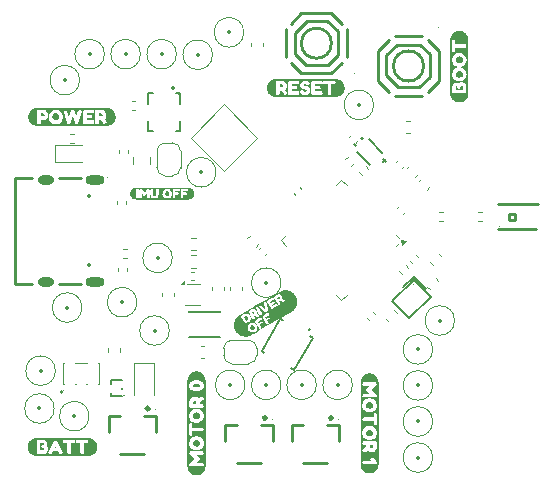
<source format=gto>
%TF.GenerationSoftware,KiCad,Pcbnew,8.0.5*%
%TF.CreationDate,2024-11-10T03:16:46-05:00*%
%TF.ProjectId,swarm-pcb,73776172-6d2d-4706-9362-2e6b69636164,rev?*%
%TF.SameCoordinates,Original*%
%TF.FileFunction,Legend,Top*%
%TF.FilePolarity,Positive*%
%FSLAX46Y46*%
G04 Gerber Fmt 4.6, Leading zero omitted, Abs format (unit mm)*
G04 Created by KiCad (PCBNEW 8.0.5) date 2024-11-10 03:16:46*
%MOMM*%
%LPD*%
G01*
G04 APERTURE LIST*
%ADD10C,0.059995*%
%ADD11C,0.152400*%
%ADD12C,0.120000*%
%ADD13C,0.254000*%
%ADD14C,0.100000*%
%ADD15C,0.000000*%
%ADD16C,0.150013*%
%ADD17C,0.254001*%
%ADD18C,0.151994*%
%ADD19C,0.200000*%
%ADD20C,0.350000*%
%ADD21O,1.600025X0.800000*%
%ADD22O,1.599975X0.800000*%
%ADD23O,1.400000X0.800000*%
G04 APERTURE END LIST*
D10*
%TO.C,Q301*%
X75322466Y-140149949D02*
G75*
G02*
X75262522Y-140149949I-29972J0D01*
G01*
X75262522Y-140149949D02*
G75*
G02*
X75322466Y-140149949I29972J0D01*
G01*
D11*
X75168745Y-140226200D02*
X74216345Y-140226200D01*
X75168745Y-139525591D02*
X75168745Y-139574409D01*
X75168745Y-138873800D02*
X74216345Y-138873800D01*
X74216345Y-140226200D02*
X74216345Y-139925591D01*
X74216345Y-138873800D02*
X74216345Y-139174409D01*
D12*
%TO.C,R106*%
X102303641Y-124620000D02*
X101996359Y-124620000D01*
X102303641Y-125380000D02*
X101996359Y-125380000D01*
%TO.C,R105*%
X105603641Y-124620000D02*
X105296359Y-124620000D01*
X105603641Y-125380000D02*
X105296359Y-125380000D01*
D10*
%TO.C,U205*%
X93529997Y-142159995D02*
G75*
G02*
X93470003Y-142159995I-29997J0D01*
G01*
X93470003Y-142159995D02*
G75*
G02*
X93529997Y-142159995I29997J0D01*
G01*
D13*
X92972644Y-142059995D02*
G75*
G02*
X92667336Y-142059995I-152654J0D01*
G01*
X92667336Y-142059995D02*
G75*
G02*
X92972644Y-142059995I152654J0D01*
G01*
X93500000Y-142648412D02*
X93500000Y-144018796D01*
X92533172Y-142648412D02*
X93500000Y-142648412D01*
X90500000Y-145900000D02*
X92500000Y-145900000D01*
X89500000Y-142648412D02*
X90470892Y-142648412D01*
X89500000Y-142648412D02*
X89500000Y-144018796D01*
D10*
%TO.C,U206*%
X87929997Y-142159995D02*
G75*
G02*
X87870003Y-142159995I-29997J0D01*
G01*
X87870003Y-142159995D02*
G75*
G02*
X87929997Y-142159995I29997J0D01*
G01*
D13*
X87372644Y-142059995D02*
G75*
G02*
X87067336Y-142059995I-152654J0D01*
G01*
X87067336Y-142059995D02*
G75*
G02*
X87372644Y-142059995I152654J0D01*
G01*
X87900000Y-142648412D02*
X87900000Y-144018796D01*
X86933172Y-142648412D02*
X87900000Y-142648412D01*
X84900000Y-145900000D02*
X86900000Y-145900000D01*
X83900000Y-142648412D02*
X84870892Y-142648412D01*
X83900000Y-142648412D02*
X83900000Y-144018796D01*
D10*
%TO.C,U303*%
X78029972Y-141359931D02*
G75*
G02*
X77969978Y-141359931I-29997J0D01*
G01*
X77969978Y-141359931D02*
G75*
G02*
X78029972Y-141359931I29997J0D01*
G01*
D13*
X77472619Y-141259931D02*
G75*
G02*
X77167311Y-141259931I-152654J0D01*
G01*
X77167311Y-141259931D02*
G75*
G02*
X77472619Y-141259931I152654J0D01*
G01*
X77999975Y-141848348D02*
X77999975Y-143218732D01*
X77033147Y-141848348D02*
X77999975Y-141848348D01*
X74999975Y-145099936D02*
X76999975Y-145099936D01*
X73999975Y-141848348D02*
X74970867Y-141848348D01*
X73999975Y-141848348D02*
X73999975Y-143218732D01*
D14*
%TO.C,U204*%
X86611252Y-118324411D02*
X83782825Y-121152838D01*
X80954398Y-118324411D01*
X83782825Y-115495984D01*
X86611252Y-118324411D01*
D15*
%TO.C,kibuzzard-672F708E*%
G36*
X79038984Y-122862732D02*
G01*
X79099356Y-122906939D01*
X79140558Y-122972318D01*
X79154292Y-123050572D01*
X79140701Y-123129399D01*
X79099928Y-123194206D01*
X79039413Y-123237554D01*
X78966595Y-123252003D01*
X78896066Y-123237124D01*
X78835551Y-123192489D01*
X78793920Y-123127253D01*
X78780043Y-123050572D01*
X78793777Y-122972318D01*
X78834979Y-122906938D01*
X78895637Y-122862732D01*
X78967740Y-122847997D01*
X79038984Y-122862732D01*
G37*
G36*
X80804064Y-122545621D02*
G01*
X80853263Y-122552919D01*
X80901509Y-122565004D01*
X80948339Y-122581760D01*
X80993300Y-122603025D01*
X81035961Y-122628595D01*
X81075910Y-122658223D01*
X81112763Y-122691625D01*
X81146164Y-122728477D01*
X81175792Y-122768426D01*
X81201362Y-122811087D01*
X81222627Y-122856048D01*
X81239383Y-122902879D01*
X81251468Y-122951123D01*
X81258766Y-123000323D01*
X81261206Y-123050000D01*
X81258766Y-123099677D01*
X81251468Y-123148876D01*
X81239383Y-123197121D01*
X81222627Y-123243951D01*
X81201362Y-123288913D01*
X81175793Y-123331574D01*
X81146164Y-123371523D01*
X81112763Y-123408375D01*
X81075910Y-123441777D01*
X81035961Y-123471405D01*
X80993300Y-123496975D01*
X80948339Y-123518240D01*
X80901509Y-123534996D01*
X80853263Y-123547081D01*
X80804064Y-123554379D01*
X80754387Y-123556819D01*
X80754292Y-123556819D01*
X80228970Y-123556819D01*
X79527396Y-123556819D01*
X78972318Y-123556820D01*
X77897640Y-123556819D01*
X76722246Y-123556819D01*
X76449857Y-123556819D01*
X76345708Y-123556819D01*
X76345613Y-123556819D01*
X76295936Y-123554379D01*
X76246737Y-123547081D01*
X76198491Y-123534996D01*
X76151661Y-123518240D01*
X76106700Y-123496975D01*
X76064039Y-123471405D01*
X76024090Y-123441777D01*
X75987237Y-123408375D01*
X75953836Y-123371523D01*
X75924208Y-123331574D01*
X75898638Y-123288913D01*
X75877373Y-123243952D01*
X75860617Y-123197121D01*
X75848532Y-123148877D01*
X75841234Y-123099677D01*
X75838794Y-123050000D01*
X75841234Y-123000323D01*
X75848532Y-122951124D01*
X75860617Y-122902879D01*
X75877373Y-122856049D01*
X75898638Y-122811087D01*
X75924207Y-122768426D01*
X75936494Y-122751860D01*
X76345708Y-122751860D01*
X76345708Y-123343562D01*
X76347425Y-123383047D01*
X76358298Y-123414521D01*
X76390343Y-123440844D01*
X76449857Y-123448856D01*
X76510515Y-123440844D01*
X76542561Y-123415093D01*
X76553434Y-123384192D01*
X76555150Y-123344707D01*
X76555150Y-122753004D01*
X76555100Y-122751860D01*
X76619242Y-122751860D01*
X76619242Y-123342418D01*
X76621531Y-123382475D01*
X76632403Y-123413948D01*
X76663305Y-123439700D01*
X76722246Y-123447711D01*
X76782904Y-123439700D01*
X76814950Y-123413948D01*
X76825823Y-123383047D01*
X76827539Y-123344707D01*
X76827540Y-123018526D01*
X76960300Y-123199356D01*
X76998069Y-123234549D01*
X77049571Y-123246280D01*
X77081044Y-123242847D01*
X77105079Y-123232546D01*
X77119957Y-123221102D01*
X77130830Y-123208512D01*
X77137697Y-123199356D01*
X77271603Y-123017382D01*
X77271602Y-123342418D01*
X77273319Y-123381903D01*
X77284192Y-123413376D01*
X77316238Y-123439700D01*
X77375751Y-123447711D01*
X77435837Y-123439700D01*
X77467310Y-123414521D01*
X77478755Y-123383619D01*
X77481044Y-123344707D01*
X77481044Y-122754149D01*
X77480913Y-122751860D01*
X77545136Y-122751860D01*
X77545137Y-123072318D01*
X77550858Y-123141559D01*
X77568026Y-123209657D01*
X77595923Y-123274607D01*
X77633834Y-123334406D01*
X77683190Y-123386052D01*
X77745422Y-123426538D01*
X77817811Y-123452718D01*
X77897640Y-123461445D01*
X77977611Y-123452861D01*
X78050429Y-123427110D01*
X78113233Y-123387196D01*
X78163162Y-123336123D01*
X78201645Y-123276753D01*
X78230114Y-123211946D01*
X78247711Y-123143848D01*
X78253577Y-123074607D01*
X78253577Y-123055150D01*
X78570601Y-123055150D01*
X78577969Y-123136195D01*
X78600072Y-123211087D01*
X78636910Y-123279828D01*
X78688484Y-123342418D01*
X78750429Y-123394493D01*
X78818383Y-123431688D01*
X78892345Y-123454006D01*
X78972318Y-123461445D01*
X79050107Y-123453898D01*
X79122103Y-123431259D01*
X79188305Y-123393526D01*
X79248712Y-123340701D01*
X79299035Y-123277289D01*
X79334979Y-123207797D01*
X79356545Y-123132225D01*
X79363734Y-123050572D01*
X79356438Y-122967489D01*
X79334549Y-122891059D01*
X79298069Y-122821280D01*
X79246995Y-122758155D01*
X79239594Y-122751860D01*
X79423248Y-122751860D01*
X79423248Y-123343562D01*
X79424964Y-123383047D01*
X79435837Y-123414521D01*
X79467883Y-123440844D01*
X79527396Y-123448856D01*
X79588054Y-123440844D01*
X79620100Y-123415093D01*
X79630973Y-123384192D01*
X79632690Y-123344707D01*
X79632690Y-123343562D01*
X80124821Y-123343562D01*
X80126538Y-123383047D01*
X80137411Y-123414521D01*
X80169456Y-123440844D01*
X80228970Y-123448856D01*
X80289628Y-123440844D01*
X80321674Y-123415093D01*
X80332547Y-123384192D01*
X80334263Y-123344707D01*
X80334263Y-123137554D01*
X80543705Y-123137553D01*
X80580901Y-123135837D01*
X80608941Y-123126681D01*
X80631259Y-123100358D01*
X80637554Y-123050572D01*
X80631259Y-122997926D01*
X80609514Y-122970458D01*
X80582046Y-122960730D01*
X80544850Y-122959013D01*
X80334263Y-122959013D01*
X80334263Y-122857153D01*
X80648999Y-122857153D01*
X80688484Y-122855436D01*
X80719957Y-122844564D01*
X80746280Y-122813090D01*
X80754292Y-122753004D01*
X80746280Y-122692346D01*
X80720529Y-122660300D01*
X80689628Y-122649428D01*
X80651288Y-122647711D01*
X80232404Y-122647711D01*
X80148283Y-122670029D01*
X80124822Y-122751860D01*
X80124821Y-123343562D01*
X79632690Y-123343562D01*
X79632690Y-123137553D01*
X79842132Y-123137554D01*
X79879328Y-123135837D01*
X79907368Y-123126681D01*
X79929685Y-123100358D01*
X79935980Y-123050572D01*
X79929685Y-122997926D01*
X79907940Y-122970458D01*
X79880472Y-122960730D01*
X79843276Y-122959013D01*
X79632690Y-122959013D01*
X79632690Y-122857153D01*
X79947425Y-122857153D01*
X79986910Y-122855436D01*
X80018383Y-122844564D01*
X80044707Y-122813090D01*
X80052718Y-122753004D01*
X80044707Y-122692346D01*
X80018956Y-122660300D01*
X79988054Y-122649428D01*
X79949714Y-122647711D01*
X79530830Y-122647711D01*
X79446710Y-122670029D01*
X79423248Y-122751860D01*
X79239594Y-122751860D01*
X79185479Y-122705830D01*
X79117668Y-122668455D01*
X79043562Y-122646030D01*
X78963162Y-122638555D01*
X78884406Y-122646137D01*
X78811803Y-122668884D01*
X78745351Y-122706795D01*
X78685050Y-122759871D01*
X78634979Y-122823820D01*
X78599213Y-122894349D01*
X78577754Y-122971459D01*
X78570601Y-123055150D01*
X78253577Y-123055150D01*
X78253577Y-122753004D01*
X78251860Y-122713519D01*
X78240987Y-122681474D01*
X78208941Y-122654578D01*
X78149428Y-122646567D01*
X78089914Y-122654578D01*
X78057868Y-122679185D01*
X78046423Y-122708941D01*
X78044134Y-122746137D01*
X78044135Y-123071173D01*
X78034405Y-123144421D01*
X78005222Y-123201645D01*
X77959728Y-123238556D01*
X77901073Y-123250858D01*
X77852146Y-123243276D01*
X77812947Y-123220529D01*
X77767167Y-123153004D01*
X77755722Y-123072318D01*
X77755722Y-122753004D01*
X77753434Y-122712375D01*
X77741989Y-122680329D01*
X77710515Y-122654578D01*
X77650429Y-122646568D01*
X77589771Y-122654578D01*
X77557725Y-122680901D01*
X77546853Y-122712375D01*
X77545136Y-122751860D01*
X77480913Y-122751860D01*
X77478755Y-122714092D01*
X77467883Y-122682618D01*
X77436409Y-122656867D01*
X77376896Y-122648856D01*
X77316238Y-122655722D01*
X77281903Y-122682046D01*
X77049571Y-122980758D01*
X76816094Y-122680901D01*
X76808655Y-122672890D01*
X76800072Y-122664307D01*
X76790343Y-122658584D01*
X76775465Y-122653433D01*
X76754864Y-122650572D01*
X76724535Y-122648856D01*
X76663877Y-122656867D01*
X76631831Y-122682619D01*
X76620959Y-122713519D01*
X76619242Y-122751860D01*
X76555100Y-122751860D01*
X76553434Y-122713519D01*
X76542561Y-122682046D01*
X76510515Y-122655722D01*
X76451001Y-122647711D01*
X76390343Y-122655722D01*
X76358298Y-122682046D01*
X76347425Y-122713519D01*
X76345708Y-122751860D01*
X75936494Y-122751860D01*
X75953836Y-122728477D01*
X75987237Y-122691625D01*
X76024090Y-122658223D01*
X76064039Y-122628595D01*
X76106700Y-122603025D01*
X76151661Y-122581760D01*
X76198491Y-122565004D01*
X76246737Y-122552919D01*
X76295936Y-122545621D01*
X76345613Y-122543181D01*
X76345708Y-122543181D01*
X80754292Y-122543181D01*
X80754387Y-122543181D01*
X80804064Y-122545621D01*
G37*
%TO.C,kibuzzard-672F7060*%
G36*
X103942060Y-113935193D02*
G01*
X103971245Y-113960944D01*
X103980687Y-113987554D01*
X103982404Y-114011588D01*
X103982403Y-114257082D01*
X103409013Y-114257082D01*
X103409014Y-114049356D01*
X103422747Y-113978112D01*
X103475966Y-113960086D01*
X103529185Y-113972103D01*
X103541201Y-114013305D01*
X103541202Y-114033906D01*
X103569528Y-114138627D01*
X103668240Y-114169528D01*
X103770385Y-114140343D01*
X103800429Y-114042489D01*
X103800429Y-114020172D01*
X103816738Y-113948069D01*
X103887983Y-113925752D01*
X103942060Y-113935193D01*
G37*
G36*
X103819099Y-111460300D02*
G01*
X103916309Y-111521459D01*
X103981330Y-111612232D01*
X104003004Y-111721459D01*
X103980687Y-111827253D01*
X103913734Y-111918026D01*
X103815880Y-111980472D01*
X103700858Y-112001288D01*
X103583476Y-111980688D01*
X103485408Y-111918884D01*
X103419099Y-111827897D01*
X103396996Y-111719742D01*
X103419099Y-111612876D01*
X103485408Y-111522318D01*
X103583477Y-111460515D01*
X103700858Y-111439914D01*
X103819099Y-111460300D01*
G37*
G36*
X103819099Y-112698069D02*
G01*
X103916309Y-112759227D01*
X103981330Y-112850000D01*
X104003004Y-112959227D01*
X103980687Y-113065021D01*
X103913734Y-113155794D01*
X103815880Y-113218240D01*
X103700858Y-113239056D01*
X103583476Y-113218455D01*
X103485408Y-113156652D01*
X103419099Y-113065665D01*
X103396996Y-112957511D01*
X103419099Y-112850644D01*
X103485408Y-112760085D01*
X103583476Y-112698284D01*
X103700858Y-112677682D01*
X103819099Y-112698069D01*
G37*
G36*
X104460229Y-111712877D02*
G01*
X104460229Y-112950644D01*
X104460229Y-114415021D01*
X104460229Y-114571245D01*
X104460229Y-114571388D01*
X104456567Y-114645903D01*
X104445621Y-114719701D01*
X104427494Y-114792071D01*
X104402360Y-114862315D01*
X104370462Y-114929757D01*
X104332108Y-114993748D01*
X104287665Y-115053672D01*
X104237563Y-115108951D01*
X104182284Y-115159053D01*
X104122361Y-115203495D01*
X104058369Y-115241850D01*
X103990927Y-115273748D01*
X103920683Y-115298882D01*
X103848314Y-115317009D01*
X103774515Y-115327956D01*
X103700000Y-115331617D01*
X103625485Y-115327956D01*
X103551686Y-115317009D01*
X103479317Y-115298882D01*
X103409073Y-115273748D01*
X103341631Y-115241850D01*
X103277639Y-115203495D01*
X103217716Y-115159053D01*
X103162437Y-115108951D01*
X103112335Y-115053672D01*
X103067892Y-114993748D01*
X103029538Y-114929757D01*
X102997640Y-114862315D01*
X102972506Y-114792071D01*
X102954379Y-114719701D01*
X102943433Y-114645903D01*
X102939771Y-114571388D01*
X102939771Y-114571245D01*
X102939771Y-114011588D01*
X103094850Y-114011588D01*
X103094850Y-114413305D01*
X103106867Y-114504292D01*
X103146352Y-114552361D01*
X103193562Y-114568670D01*
X103251073Y-114571245D01*
X104136910Y-114571245D01*
X104196996Y-114568670D01*
X104245064Y-114552361D01*
X104284549Y-114504292D01*
X104296567Y-114415021D01*
X104296567Y-113994421D01*
X104283978Y-113895136D01*
X104246209Y-113805579D01*
X104183262Y-113725751D01*
X104102194Y-113663090D01*
X104010062Y-113625036D01*
X103906867Y-113611588D01*
X103775107Y-113634335D01*
X103654506Y-113702575D01*
X103562661Y-113660086D01*
X103462232Y-113645923D01*
X103367144Y-113657749D01*
X103281021Y-113693228D01*
X103203863Y-113752361D01*
X103143300Y-113828469D01*
X103106962Y-113914878D01*
X103094850Y-114011588D01*
X102939771Y-114011588D01*
X102939771Y-112964378D01*
X103082833Y-112964378D01*
X103094206Y-113082511D01*
X103128326Y-113191416D01*
X103185193Y-113291094D01*
X103264807Y-113381545D01*
X103360729Y-113456652D01*
X103466524Y-113510300D01*
X103582189Y-113542488D01*
X103707725Y-113553219D01*
X103829292Y-113542167D01*
X103941631Y-113509013D01*
X104044741Y-113453755D01*
X104138627Y-113376395D01*
X104216737Y-113283476D01*
X104272532Y-113181545D01*
X104306009Y-113070601D01*
X104317167Y-112950644D01*
X104305848Y-112833959D01*
X104271887Y-112725966D01*
X104215290Y-112626664D01*
X104136052Y-112536052D01*
X104040933Y-112460568D01*
X103936695Y-112406652D01*
X103823337Y-112374303D01*
X103700858Y-112363519D01*
X103576234Y-112374464D01*
X103461588Y-112407296D01*
X103356921Y-112462017D01*
X103262232Y-112538627D01*
X103183745Y-112630901D01*
X103127682Y-112732618D01*
X103094046Y-112843777D01*
X103082833Y-112964378D01*
X102939771Y-112964378D01*
X102939771Y-111726609D01*
X103082833Y-111726609D01*
X103094206Y-111844742D01*
X103128326Y-111953648D01*
X103185193Y-112053327D01*
X103264807Y-112143777D01*
X103360730Y-112218884D01*
X103466524Y-112272532D01*
X103582189Y-112304721D01*
X103707725Y-112315451D01*
X103829292Y-112304399D01*
X103941631Y-112271245D01*
X104044742Y-112215987D01*
X104138627Y-112138627D01*
X104216738Y-112045707D01*
X104272532Y-111943777D01*
X104306009Y-111832833D01*
X104317167Y-111712877D01*
X104305848Y-111596191D01*
X104271887Y-111488197D01*
X104215291Y-111388895D01*
X104136052Y-111298283D01*
X104040933Y-111222801D01*
X103936695Y-111168884D01*
X103823337Y-111136534D01*
X103700858Y-111125751D01*
X103576234Y-111136695D01*
X103461588Y-111169528D01*
X103356921Y-111224249D01*
X103262232Y-111300858D01*
X103183745Y-111393133D01*
X103127682Y-111494850D01*
X103094045Y-111606009D01*
X103082833Y-111726609D01*
X102939771Y-111726609D01*
X102939771Y-110159227D01*
X103094850Y-110159227D01*
X103094850Y-110943777D01*
X103097425Y-110992704D01*
X103111159Y-111032189D01*
X103150644Y-111065665D01*
X103225322Y-111075966D01*
X103302575Y-111065665D01*
X103342918Y-111033047D01*
X103356652Y-110994421D01*
X103359227Y-110945495D01*
X103359227Y-110706867D01*
X104143777Y-110706867D01*
X104201288Y-110704292D01*
X104247639Y-110688841D01*
X104286266Y-110642489D01*
X104298283Y-110554077D01*
X104286266Y-110464807D01*
X104248498Y-110416738D01*
X104203004Y-110400429D01*
X104145494Y-110397854D01*
X103359227Y-110397854D01*
X103359227Y-110160944D01*
X103356652Y-110112017D01*
X103342918Y-110072532D01*
X103302575Y-110039056D01*
X103227039Y-110028755D01*
X103151502Y-110039056D01*
X103111159Y-110071674D01*
X103097425Y-110110300D01*
X103094850Y-110159227D01*
X102939771Y-110159227D01*
X102939771Y-110028755D01*
X102939771Y-110028612D01*
X102943433Y-109954097D01*
X102954379Y-109880299D01*
X102972506Y-109807929D01*
X102997640Y-109737685D01*
X103029538Y-109670243D01*
X103067892Y-109606252D01*
X103112335Y-109546328D01*
X103162437Y-109491049D01*
X103217716Y-109440947D01*
X103277639Y-109396505D01*
X103341631Y-109358150D01*
X103409073Y-109326252D01*
X103479317Y-109301118D01*
X103551686Y-109282991D01*
X103625485Y-109272044D01*
X103700000Y-109268383D01*
X103774515Y-109272044D01*
X103848314Y-109282991D01*
X103920683Y-109301118D01*
X103990927Y-109326252D01*
X104058369Y-109358150D01*
X104122361Y-109396505D01*
X104182284Y-109440947D01*
X104237563Y-109491049D01*
X104287665Y-109546328D01*
X104332108Y-109606252D01*
X104370462Y-109670243D01*
X104402360Y-109737685D01*
X104427494Y-109807929D01*
X104445621Y-109880299D01*
X104456567Y-109954097D01*
X104460229Y-110028612D01*
X104460229Y-110028755D01*
X104460229Y-110554077D01*
X104460229Y-111712877D01*
G37*
%TO.C,kibuzzard-672F7049*%
G36*
X88762661Y-113850215D02*
G01*
X88799571Y-113939485D01*
X88760086Y-114033906D01*
X88677682Y-114064807D01*
X88488841Y-114064807D01*
X88488841Y-113814163D01*
X88674249Y-113814163D01*
X88762661Y-113850215D01*
G37*
G36*
X93300149Y-113341723D02*
G01*
X93374113Y-113352695D01*
X93446646Y-113370863D01*
X93517049Y-113396054D01*
X93584644Y-113428024D01*
X93648779Y-113466465D01*
X93708838Y-113511008D01*
X93764242Y-113561223D01*
X93814457Y-113616627D01*
X93859000Y-113676686D01*
X93897441Y-113740821D01*
X93929411Y-113808416D01*
X93954601Y-113878819D01*
X93972770Y-113951352D01*
X93983742Y-114025316D01*
X93987411Y-114100000D01*
X93983742Y-114174684D01*
X93972770Y-114248648D01*
X93954601Y-114321181D01*
X93929411Y-114391584D01*
X93897441Y-114459179D01*
X93859000Y-114523314D01*
X93814457Y-114583373D01*
X93764242Y-114638777D01*
X93708838Y-114688992D01*
X93648779Y-114733535D01*
X93584644Y-114771976D01*
X93517049Y-114803946D01*
X93446646Y-114829137D01*
X93374113Y-114847305D01*
X93300149Y-114858277D01*
X93225465Y-114861946D01*
X93225322Y-114861946D01*
X92700000Y-114861946D01*
X91338627Y-114861946D01*
X90651931Y-114861946D01*
X89372961Y-114861946D01*
X88928326Y-114861946D01*
X88174678Y-114861946D01*
X88174535Y-114861946D01*
X88099851Y-114858277D01*
X88025887Y-114847305D01*
X87953354Y-114829137D01*
X87882951Y-114803946D01*
X87815356Y-114771976D01*
X87751221Y-114733535D01*
X87691162Y-114688992D01*
X87635758Y-114638777D01*
X87585543Y-114583373D01*
X87541000Y-114523314D01*
X87502559Y-114459179D01*
X87470589Y-114391584D01*
X87445399Y-114321181D01*
X87427230Y-114248648D01*
X87416258Y-114174684D01*
X87412589Y-114100000D01*
X87416258Y-114025316D01*
X87427230Y-113951352D01*
X87445399Y-113878819D01*
X87470589Y-113808416D01*
X87502559Y-113740821D01*
X87541000Y-113676686D01*
X87556176Y-113656223D01*
X88174678Y-113656223D01*
X88174678Y-114542060D01*
X88177253Y-114601288D01*
X88193562Y-114648498D01*
X88241631Y-114687983D01*
X88330901Y-114700000D01*
X88421888Y-114687983D01*
X88469957Y-114649356D01*
X88486266Y-114603004D01*
X88488841Y-114543777D01*
X88488841Y-114377253D01*
X88648498Y-114377253D01*
X88832189Y-114626180D01*
X88928326Y-114706009D01*
X89050215Y-114658798D01*
X89132618Y-114557511D01*
X89086266Y-114439056D01*
X88962661Y-114274249D01*
X89046590Y-114180782D01*
X89096948Y-114069766D01*
X89113734Y-113941202D01*
X89103004Y-113839270D01*
X89070815Y-113746352D01*
X89021674Y-113667167D01*
X89010575Y-113656223D01*
X89216738Y-113656223D01*
X89216738Y-114543777D01*
X89219313Y-114603004D01*
X89235622Y-114650215D01*
X89283691Y-114689700D01*
X89372961Y-114701717D01*
X90004721Y-114701717D01*
X90063949Y-114699142D01*
X90111159Y-114682833D01*
X90150644Y-114634764D01*
X90162661Y-114545494D01*
X90150644Y-114454506D01*
X90123054Y-114420172D01*
X90212446Y-114420172D01*
X90255365Y-114531760D01*
X90265665Y-114543777D01*
X90284549Y-114567811D01*
X90314592Y-114597854D01*
X90355794Y-114631330D01*
X90409013Y-114663948D01*
X90475107Y-114692275D01*
X90555794Y-114711159D01*
X90651931Y-114718884D01*
X90766094Y-114706009D01*
X90883691Y-114662232D01*
X90989270Y-114585837D01*
X91063949Y-114469957D01*
X91085837Y-114395708D01*
X91093133Y-114313734D01*
X91077039Y-114185408D01*
X91028755Y-114092275D01*
X90953433Y-114027039D01*
X90856223Y-113982403D01*
X90746352Y-113955794D01*
X90641631Y-113934335D01*
X90573820Y-113904292D01*
X90543777Y-113848498D01*
X90571245Y-113796137D01*
X90634764Y-113774678D01*
X90691416Y-113780687D01*
X90724893Y-113793562D01*
X90748927Y-113813305D01*
X90768670Y-113829614D01*
X90883691Y-113861373D01*
X90984979Y-113778112D01*
X91026180Y-113672532D01*
X91014780Y-113656223D01*
X91182403Y-113656223D01*
X91182403Y-114543777D01*
X91184979Y-114603004D01*
X91201288Y-114650215D01*
X91249356Y-114689700D01*
X91338627Y-114701717D01*
X91970386Y-114701717D01*
X92029614Y-114699142D01*
X92076824Y-114682833D01*
X92116309Y-114634764D01*
X92128326Y-114545494D01*
X92116309Y-114454506D01*
X92077682Y-114406438D01*
X92031330Y-114390129D01*
X91972103Y-114387554D01*
X91496567Y-114387554D01*
X91496567Y-114234764D01*
X91810730Y-114234764D01*
X91867382Y-114232189D01*
X91910300Y-114218455D01*
X91943777Y-114178970D01*
X91953219Y-114102575D01*
X91943777Y-114024464D01*
X91911159Y-113983262D01*
X91869957Y-113969528D01*
X91814163Y-113966953D01*
X91496567Y-113966953D01*
X91496567Y-113814163D01*
X91970386Y-113814163D01*
X92029614Y-113811588D01*
X92076824Y-113795279D01*
X92116309Y-113747210D01*
X92128326Y-113657940D01*
X92124471Y-113628755D01*
X92178112Y-113628755D01*
X92188412Y-113706009D01*
X92221030Y-113746352D01*
X92259657Y-113760086D01*
X92308584Y-113762661D01*
X92547210Y-113762661D01*
X92547210Y-114547210D01*
X92549785Y-114604721D01*
X92565236Y-114651073D01*
X92611588Y-114689700D01*
X92700000Y-114701717D01*
X92789270Y-114689700D01*
X92837339Y-114651931D01*
X92853648Y-114606438D01*
X92856223Y-114548927D01*
X92856223Y-113762661D01*
X93093133Y-113762661D01*
X93142060Y-113760086D01*
X93181545Y-113746352D01*
X93215021Y-113706009D01*
X93225322Y-113630472D01*
X93215021Y-113554936D01*
X93182403Y-113514592D01*
X93143777Y-113500858D01*
X93094850Y-113498283D01*
X92310300Y-113498283D01*
X92261373Y-113500858D01*
X92221888Y-113514592D01*
X92188412Y-113554077D01*
X92178112Y-113628755D01*
X92124471Y-113628755D01*
X92116309Y-113566953D01*
X92077682Y-113518884D01*
X92031330Y-113502575D01*
X91972103Y-113500000D01*
X91343777Y-113500000D01*
X91217597Y-113533476D01*
X91182403Y-113656223D01*
X91014780Y-113656223D01*
X90964378Y-113584120D01*
X90875298Y-113526896D01*
X90765999Y-113492561D01*
X90636481Y-113481116D01*
X90526419Y-113492656D01*
X90429709Y-113527277D01*
X90346352Y-113584979D01*
X90282451Y-113660229D01*
X90244111Y-113747496D01*
X90231330Y-113846781D01*
X90245064Y-113958369D01*
X90286266Y-114051073D01*
X90354936Y-114124893D01*
X90451073Y-114179828D01*
X90516094Y-114203219D01*
X90597854Y-114225322D01*
X90732618Y-114265665D01*
X90777253Y-114318884D01*
X90746352Y-114398712D01*
X90645064Y-114423605D01*
X90577253Y-114407296D01*
X90507725Y-114344635D01*
X90430281Y-114282070D01*
X90355889Y-114270625D01*
X90284549Y-114310300D01*
X90212446Y-114420172D01*
X90123054Y-114420172D01*
X90112017Y-114406438D01*
X90065665Y-114390129D01*
X90006438Y-114387554D01*
X89530901Y-114387554D01*
X89530901Y-114234764D01*
X89845064Y-114234764D01*
X89901717Y-114232189D01*
X89944635Y-114218455D01*
X89978112Y-114178970D01*
X89987554Y-114102575D01*
X89978112Y-114024464D01*
X89945494Y-113983262D01*
X89904292Y-113969528D01*
X89848498Y-113966953D01*
X89530901Y-113966953D01*
X89530901Y-113814163D01*
X90004721Y-113814163D01*
X90063949Y-113811588D01*
X90111159Y-113795279D01*
X90150644Y-113747210D01*
X90162661Y-113657940D01*
X90150644Y-113566953D01*
X90112017Y-113518884D01*
X90065665Y-113502575D01*
X90006438Y-113500000D01*
X89378112Y-113500000D01*
X89251931Y-113533476D01*
X89216738Y-113656223D01*
X89010575Y-113656223D01*
X88960086Y-113606438D01*
X88890987Y-113560944D01*
X88819313Y-113527468D01*
X88747425Y-113506867D01*
X88677682Y-113500000D01*
X88332618Y-113500000D01*
X88241631Y-113512017D01*
X88193562Y-113551502D01*
X88177253Y-113598712D01*
X88174678Y-113656223D01*
X87556176Y-113656223D01*
X87585543Y-113616627D01*
X87635758Y-113561223D01*
X87691162Y-113511008D01*
X87751221Y-113466465D01*
X87815356Y-113428024D01*
X87882951Y-113396054D01*
X87953354Y-113370863D01*
X88025887Y-113352695D01*
X88099851Y-113341723D01*
X88174535Y-113338054D01*
X88174678Y-113338054D01*
X93225322Y-113338054D01*
X93225465Y-113338054D01*
X93300149Y-113341723D01*
G37*
%TO.C,kibuzzard-672F6FFE*%
G36*
X86348519Y-133076451D02*
G01*
X86357196Y-133144126D01*
X86319921Y-133189435D01*
X86210893Y-133252382D01*
X86127346Y-133107672D01*
X86234391Y-133045870D01*
X86297453Y-133037213D01*
X86348519Y-133076451D01*
G37*
G36*
X88503300Y-131832388D02*
G01*
X88511976Y-131900064D01*
X88474702Y-131945373D01*
X88365674Y-132008319D01*
X88282125Y-131863609D01*
X88389171Y-131801807D01*
X88452233Y-131793150D01*
X88503300Y-131832388D01*
G37*
G36*
X85695488Y-133421761D02*
G01*
X85762815Y-133454255D01*
X85811580Y-133510679D01*
X85835989Y-133580999D01*
X85830251Y-133655180D01*
X85797792Y-133721992D01*
X85742040Y-133770204D01*
X85661756Y-133816556D01*
X85471197Y-133486499D01*
X85550491Y-133440720D01*
X85620935Y-133416238D01*
X85695488Y-133421761D01*
G37*
G36*
X86235621Y-134203935D02*
G01*
X86303992Y-134239954D01*
X86355012Y-134300858D01*
X86382656Y-134375919D01*
X86379749Y-134452431D01*
X86349016Y-134520229D01*
X86293178Y-134569151D01*
X86224658Y-134591531D01*
X86149933Y-134583133D01*
X86081261Y-134547452D01*
X86030902Y-134487982D01*
X86003670Y-134413345D01*
X86006662Y-134336125D01*
X86037090Y-134267512D01*
X86092166Y-134218699D01*
X86161233Y-134195838D01*
X86235621Y-134203935D01*
G37*
G36*
X89055562Y-131238690D02*
G01*
X89103815Y-131243044D01*
X89151798Y-131249760D01*
X89199393Y-131258824D01*
X89246487Y-131270212D01*
X89292965Y-131283896D01*
X89338715Y-131299845D01*
X89383628Y-131318020D01*
X89427594Y-131338375D01*
X89470509Y-131360865D01*
X89512269Y-131385432D01*
X89552773Y-131412019D01*
X89591924Y-131440562D01*
X89629626Y-131470991D01*
X89665791Y-131503234D01*
X89700330Y-131537211D01*
X89733159Y-131572844D01*
X89764201Y-131610045D01*
X89793381Y-131648723D01*
X89820627Y-131688786D01*
X89845874Y-131730138D01*
X89869063Y-131772680D01*
X89890136Y-131816307D01*
X89909042Y-131860917D01*
X89925738Y-131906400D01*
X89940181Y-131952648D01*
X89952338Y-131999548D01*
X89962179Y-132046988D01*
X89969680Y-132094855D01*
X89974823Y-132143031D01*
X89977596Y-132191403D01*
X89977992Y-132239852D01*
X89976012Y-132288262D01*
X89971656Y-132336515D01*
X89964940Y-132384499D01*
X89955876Y-132432093D01*
X89944489Y-132479187D01*
X89930805Y-132525665D01*
X89914856Y-132571415D01*
X89896681Y-132616328D01*
X89876325Y-132660294D01*
X89853835Y-132703209D01*
X89829268Y-132744969D01*
X89802681Y-132785473D01*
X89774139Y-132824624D01*
X89743710Y-132862326D01*
X89711467Y-132898491D01*
X89677489Y-132933029D01*
X89641857Y-132965859D01*
X89604656Y-132996901D01*
X89565978Y-133026081D01*
X89525915Y-133053327D01*
X89484562Y-133078575D01*
X89484480Y-133078622D01*
X89362567Y-133149009D01*
X88422949Y-133691498D01*
X87538834Y-134201941D01*
X86931253Y-134552729D01*
X86450541Y-134830268D01*
X86102644Y-135031126D01*
X86102562Y-135031174D01*
X86060020Y-135054362D01*
X86016393Y-135075435D01*
X85971783Y-135094341D01*
X85926300Y-135111038D01*
X85880053Y-135125481D01*
X85833152Y-135137637D01*
X85785712Y-135147478D01*
X85737845Y-135154979D01*
X85689669Y-135160122D01*
X85641298Y-135162895D01*
X85592849Y-135163292D01*
X85544438Y-135161310D01*
X85496185Y-135156956D01*
X85448202Y-135150240D01*
X85400607Y-135141176D01*
X85353513Y-135129788D01*
X85307035Y-135116104D01*
X85261285Y-135100155D01*
X85216372Y-135081980D01*
X85172406Y-135061625D01*
X85129491Y-135039135D01*
X85087731Y-135014568D01*
X85047227Y-134987981D01*
X85008076Y-134959438D01*
X84970374Y-134929009D01*
X84934209Y-134896766D01*
X84899670Y-134862789D01*
X84866841Y-134827156D01*
X84835799Y-134789955D01*
X84806619Y-134751277D01*
X84779373Y-134711214D01*
X84754126Y-134669862D01*
X84730937Y-134627320D01*
X84709864Y-134583693D01*
X84690958Y-134539083D01*
X84674262Y-134493600D01*
X84659819Y-134447352D01*
X84647662Y-134400452D01*
X84640130Y-134364141D01*
X85791898Y-134364141D01*
X85796189Y-134443104D01*
X85816159Y-134520613D01*
X85851810Y-134596668D01*
X85898713Y-134663171D01*
X85955301Y-134716978D01*
X86021574Y-134758091D01*
X86097534Y-134786509D01*
X86177217Y-134800633D01*
X86254665Y-134798868D01*
X86329877Y-134781214D01*
X86402853Y-134747671D01*
X86466449Y-134702241D01*
X86517479Y-134646637D01*
X86555945Y-134580859D01*
X86581847Y-134504907D01*
X86593721Y-134424829D01*
X86590103Y-134346675D01*
X86570995Y-134270445D01*
X86536394Y-134196137D01*
X86488535Y-134127833D01*
X86431363Y-134072587D01*
X86364881Y-134030398D01*
X86289087Y-134001266D01*
X86209650Y-133986709D01*
X86132237Y-133988247D01*
X86056847Y-134005879D01*
X85983479Y-134039607D01*
X85919068Y-134085551D01*
X85867564Y-134141551D01*
X85828970Y-134207610D01*
X85805724Y-134276502D01*
X85803287Y-134283724D01*
X85791898Y-134364141D01*
X84640130Y-134364141D01*
X84637821Y-134353012D01*
X84630320Y-134305145D01*
X84625177Y-134256969D01*
X84622404Y-134208597D01*
X84622008Y-134160148D01*
X84623988Y-134111738D01*
X84628344Y-134063485D01*
X84635060Y-134015501D01*
X84644124Y-133967907D01*
X84655511Y-133920813D01*
X84669195Y-133874335D01*
X84685144Y-133828585D01*
X84703319Y-133783672D01*
X84723675Y-133739706D01*
X84746165Y-133696791D01*
X84770732Y-133655031D01*
X84797319Y-133614527D01*
X84825861Y-133575376D01*
X84856290Y-133537674D01*
X84888533Y-133501509D01*
X84922511Y-133466971D01*
X84958143Y-133434141D01*
X84960365Y-133432287D01*
X85212593Y-133432287D01*
X85218914Y-133464982D01*
X85236596Y-133499042D01*
X85532448Y-134011473D01*
X85555241Y-134045227D01*
X85581672Y-134066971D01*
X85621231Y-134072544D01*
X85675291Y-134050584D01*
X85843787Y-133953302D01*
X85909776Y-133906654D01*
X85963035Y-133850260D01*
X85978458Y-133825089D01*
X86417982Y-133825089D01*
X86438579Y-133907687D01*
X86734429Y-134420117D01*
X86755659Y-134453453D01*
X86780811Y-134475275D01*
X86821726Y-134482048D01*
X86877272Y-134459230D01*
X86925797Y-134421962D01*
X86940674Y-134383639D01*
X86934640Y-134351441D01*
X86916384Y-134316388D01*
X86812807Y-134136987D01*
X86994189Y-134032267D01*
X87025544Y-134012182D01*
X87045250Y-133990232D01*
X87051416Y-133956277D01*
X87031974Y-133910014D01*
X87000199Y-133867569D01*
X86967633Y-133854654D01*
X86938982Y-133859962D01*
X86905911Y-133877073D01*
X86723537Y-133982367D01*
X86672607Y-133894153D01*
X86945175Y-133736786D01*
X86978512Y-133715557D01*
X87000334Y-133690403D01*
X87007393Y-133649986D01*
X86984288Y-133593943D01*
X86947021Y-133545418D01*
X86908697Y-133530542D01*
X86876499Y-133536575D01*
X86842437Y-133554259D01*
X86753233Y-133605761D01*
X86479673Y-133763701D01*
X86417982Y-133825089D01*
X85978458Y-133825089D01*
X86003562Y-133784118D01*
X86031359Y-133708229D01*
X86044889Y-133628516D01*
X86042618Y-133550907D01*
X86024545Y-133475398D01*
X85990672Y-133401993D01*
X85945093Y-133337782D01*
X85889614Y-133285895D01*
X85824234Y-133246331D01*
X85748956Y-133219092D01*
X85669897Y-133205761D01*
X85593177Y-133207931D01*
X85518798Y-133225600D01*
X85446761Y-133258766D01*
X85276282Y-133357192D01*
X85227470Y-133393963D01*
X85212593Y-133432287D01*
X84960365Y-133432287D01*
X84995344Y-133403099D01*
X85034022Y-133373919D01*
X85074085Y-133346673D01*
X85115438Y-133321425D01*
X85115520Y-133321378D01*
X85577849Y-133054452D01*
X85869313Y-133054452D01*
X85875633Y-133087145D01*
X85893316Y-133121208D01*
X86188595Y-133632644D01*
X86209825Y-133665981D01*
X86234978Y-133687802D01*
X86275892Y-133694575D01*
X86331438Y-133671758D01*
X86379963Y-133634490D01*
X86394840Y-133596165D01*
X86388806Y-133563968D01*
X86370551Y-133528916D01*
X86315042Y-133432773D01*
X86407220Y-133379554D01*
X86596249Y-133462042D01*
X86678364Y-133476084D01*
X86679798Y-133474302D01*
X87025562Y-133474302D01*
X87040131Y-133532725D01*
X87046159Y-133556901D01*
X87342011Y-134069329D01*
X87363239Y-134102667D01*
X87388391Y-134124488D01*
X87429306Y-134131261D01*
X87484853Y-134108443D01*
X87533378Y-134071175D01*
X87548254Y-134032852D01*
X87542221Y-134000654D01*
X87523964Y-133965600D01*
X87420388Y-133786201D01*
X87601770Y-133681480D01*
X87633124Y-133661394D01*
X87652830Y-133639446D01*
X87658997Y-133605490D01*
X87639554Y-133559227D01*
X87607780Y-133516782D01*
X87575214Y-133503867D01*
X87546562Y-133509176D01*
X87513490Y-133526286D01*
X87331118Y-133631580D01*
X87280188Y-133543367D01*
X87552756Y-133385999D01*
X87586093Y-133364770D01*
X87607914Y-133339617D01*
X87614974Y-133299198D01*
X87591868Y-133243157D01*
X87554602Y-133194631D01*
X87516278Y-133179755D01*
X87484081Y-133185788D01*
X87482554Y-133186580D01*
X87450018Y-133203473D01*
X87087253Y-133412914D01*
X87025562Y-133474302D01*
X86679798Y-133474302D01*
X86732999Y-133408199D01*
X86746814Y-133322253D01*
X86680566Y-133269313D01*
X86554267Y-133215364D01*
X86571569Y-133133424D01*
X86563637Y-133052543D01*
X86530473Y-132972721D01*
X86490302Y-132917447D01*
X86440744Y-132874531D01*
X86385978Y-132845194D01*
X86330176Y-132830660D01*
X86275118Y-132827428D01*
X86222579Y-132831993D01*
X86174207Y-132844061D01*
X86131651Y-132863343D01*
X85932428Y-132978366D01*
X85883903Y-133015632D01*
X85869313Y-133054452D01*
X85577849Y-133054452D01*
X86169570Y-132712822D01*
X86461034Y-132712822D01*
X86467356Y-132745513D01*
X86485040Y-132779576D01*
X86780890Y-133292005D01*
X86802119Y-133325342D01*
X86827272Y-133347162D01*
X86868187Y-133353937D01*
X86923732Y-133331117D01*
X86972258Y-133293850D01*
X86987135Y-133255527D01*
X86981100Y-133223329D01*
X86962844Y-133188275D01*
X86666994Y-132675845D01*
X86645763Y-132642509D01*
X86620612Y-132620689D01*
X86579698Y-132613914D01*
X86524152Y-132636734D01*
X86475624Y-132674001D01*
X86461034Y-132712822D01*
X86169570Y-132712822D01*
X86347620Y-132610025D01*
X86704319Y-132610025D01*
X86754001Y-132673187D01*
X87287047Y-133053959D01*
X87342205Y-133071672D01*
X87404863Y-133052015D01*
X87448182Y-133009164D01*
X87461491Y-132953244D01*
X87398255Y-132301227D01*
X87370168Y-132226257D01*
X87285709Y-132211585D01*
X87204067Y-132239560D01*
X87189814Y-132322455D01*
X87255814Y-132798431D01*
X86876607Y-132503286D01*
X86798395Y-132473113D01*
X86732643Y-132530898D01*
X86704319Y-132610025D01*
X86347620Y-132610025D01*
X87165378Y-132137892D01*
X87432805Y-132137892D01*
X87453401Y-132220491D01*
X87749253Y-132732921D01*
X87770481Y-132766258D01*
X87795634Y-132788078D01*
X87836549Y-132794852D01*
X87892095Y-132772033D01*
X88256841Y-132561447D01*
X88290179Y-132540217D01*
X88311998Y-132515065D01*
X88318771Y-132474150D01*
X88295953Y-132418604D01*
X88258686Y-132370079D01*
X88220362Y-132355203D01*
X88188164Y-132361236D01*
X88153111Y-132379492D01*
X87878560Y-132538004D01*
X87827630Y-132449791D01*
X88009012Y-132345070D01*
X88040863Y-132324700D01*
X88061063Y-132302464D01*
X88067230Y-132268507D01*
X88047216Y-132221255D01*
X88015727Y-132179304D01*
X87983162Y-132166389D01*
X87954796Y-132172193D01*
X87921725Y-132189305D01*
X87738361Y-132295171D01*
X87687431Y-132206957D01*
X87960991Y-132049017D01*
X87994327Y-132027788D01*
X88016147Y-132002635D01*
X88022921Y-131961722D01*
X88000103Y-131906175D01*
X87962835Y-131857650D01*
X87924511Y-131842773D01*
X87892314Y-131848808D01*
X87857261Y-131867062D01*
X87494496Y-132076505D01*
X87432805Y-132137892D01*
X87165378Y-132137892D01*
X87732630Y-131810389D01*
X88024093Y-131810389D01*
X88030413Y-131843081D01*
X88048097Y-131877144D01*
X88343376Y-132388582D01*
X88364605Y-132421918D01*
X88389757Y-132443739D01*
X88430671Y-132450514D01*
X88486219Y-132427694D01*
X88534744Y-132390427D01*
X88549621Y-132352104D01*
X88543586Y-132319906D01*
X88525331Y-132284852D01*
X88469822Y-132188710D01*
X88562000Y-132135491D01*
X88751029Y-132217980D01*
X88833144Y-132232021D01*
X88887780Y-132164135D01*
X88901593Y-132078189D01*
X88835346Y-132025250D01*
X88709048Y-131971301D01*
X88726349Y-131889360D01*
X88718417Y-131808479D01*
X88685254Y-131728658D01*
X88645082Y-131673384D01*
X88595525Y-131630467D01*
X88540759Y-131601131D01*
X88484956Y-131586598D01*
X88429898Y-131583365D01*
X88377359Y-131587929D01*
X88328987Y-131599998D01*
X88286432Y-131619281D01*
X88087209Y-131734302D01*
X88038683Y-131771569D01*
X88024093Y-131810389D01*
X87732630Y-131810389D01*
X88497356Y-131368874D01*
X88497438Y-131368826D01*
X88539980Y-131345638D01*
X88583607Y-131324565D01*
X88628217Y-131305659D01*
X88673700Y-131288962D01*
X88719947Y-131274519D01*
X88766848Y-131262363D01*
X88814288Y-131252522D01*
X88862155Y-131245021D01*
X88910331Y-131239878D01*
X88958702Y-131237105D01*
X89007151Y-131236708D01*
X89055562Y-131238690D01*
G37*
%TO.C,kibuzzard-672F6FBA*%
G36*
X69590987Y-144571245D02*
G01*
X69429614Y-144571245D01*
X69510300Y-144404721D01*
X69590987Y-144571245D01*
G37*
G36*
X68500000Y-144212446D02*
G01*
X68518026Y-144265665D01*
X68506009Y-144318884D01*
X68464807Y-144330901D01*
X68444206Y-144330901D01*
X68339485Y-144359227D01*
X68308584Y-144457940D01*
X68337768Y-144560086D01*
X68435622Y-144590129D01*
X68457940Y-144590129D01*
X68530043Y-144606438D01*
X68552361Y-144677682D01*
X68542918Y-144731760D01*
X68517167Y-144760944D01*
X68490558Y-144770386D01*
X68466524Y-144772103D01*
X68221030Y-144772103D01*
X68221030Y-144198712D01*
X68428755Y-144198712D01*
X68500000Y-144212446D01*
G37*
G36*
X72367623Y-143745140D02*
G01*
X72441254Y-143756062D01*
X72513461Y-143774149D01*
X72583546Y-143799226D01*
X72650836Y-143831052D01*
X72714683Y-143869320D01*
X72774471Y-143913662D01*
X72829625Y-143963651D01*
X72879614Y-144018805D01*
X72923956Y-144078593D01*
X72962224Y-144142440D01*
X72994050Y-144209730D01*
X73019127Y-144279816D01*
X73037214Y-144352022D01*
X73048136Y-144425653D01*
X73051788Y-144500000D01*
X73048136Y-144574347D01*
X73037214Y-144647978D01*
X73019127Y-144720184D01*
X72994050Y-144790270D01*
X72962224Y-144857560D01*
X72923956Y-144921407D01*
X72879614Y-144981195D01*
X72829625Y-145036349D01*
X72774471Y-145086338D01*
X72714683Y-145130680D01*
X72650836Y-145168948D01*
X72583546Y-145200774D01*
X72513461Y-145225851D01*
X72441254Y-145243938D01*
X72367623Y-145254860D01*
X72293276Y-145258512D01*
X72293133Y-145258512D01*
X71767811Y-145258512D01*
X70669099Y-145258512D01*
X69886266Y-145258512D01*
X68063090Y-145258512D01*
X67906867Y-145258512D01*
X67906724Y-145258512D01*
X67832377Y-145254860D01*
X67758746Y-145243938D01*
X67686539Y-145225851D01*
X67616454Y-145200774D01*
X67549164Y-145168948D01*
X67485317Y-145130680D01*
X67425529Y-145086338D01*
X67370375Y-145036349D01*
X67320386Y-144981195D01*
X67276044Y-144921407D01*
X67237776Y-144857560D01*
X67205950Y-144790270D01*
X67180873Y-144720184D01*
X67162786Y-144647978D01*
X67151864Y-144574347D01*
X67148212Y-144500000D01*
X67151864Y-144425653D01*
X67162786Y-144352022D01*
X67180873Y-144279816D01*
X67205950Y-144209730D01*
X67237776Y-144142440D01*
X67276044Y-144078593D01*
X67304093Y-144040773D01*
X67906867Y-144040773D01*
X67906867Y-144926609D01*
X67909442Y-144986695D01*
X67925751Y-145034764D01*
X67973820Y-145074249D01*
X68063090Y-145086266D01*
X68483691Y-145086266D01*
X68582976Y-145073677D01*
X68672532Y-145035908D01*
X68729501Y-144990987D01*
X68914592Y-144990987D01*
X69010730Y-145074249D01*
X69136051Y-145099142D01*
X69221888Y-145003863D01*
X69300858Y-144839056D01*
X69723176Y-144839056D01*
X69802146Y-145002146D01*
X69886266Y-145100858D01*
X70013305Y-145075966D01*
X70108584Y-144991845D01*
X70085408Y-144869957D01*
X69671941Y-144015021D01*
X70147210Y-144015021D01*
X70157511Y-144092275D01*
X70190129Y-144132618D01*
X70228755Y-144146352D01*
X70277682Y-144148927D01*
X70516309Y-144148927D01*
X70516309Y-144933476D01*
X70518884Y-144990987D01*
X70534335Y-145037339D01*
X70580687Y-145075966D01*
X70669099Y-145087983D01*
X70758369Y-145075966D01*
X70806438Y-145038197D01*
X70822747Y-144992704D01*
X70825322Y-144935193D01*
X70825322Y-144148927D01*
X71062232Y-144148927D01*
X71111159Y-144146352D01*
X71150644Y-144132618D01*
X71184120Y-144092275D01*
X71194421Y-144016738D01*
X71194187Y-144015021D01*
X71245923Y-144015021D01*
X71256223Y-144092275D01*
X71288841Y-144132618D01*
X71327468Y-144146352D01*
X71376395Y-144148927D01*
X71615021Y-144148927D01*
X71615021Y-144933476D01*
X71617597Y-144990987D01*
X71633047Y-145037339D01*
X71679399Y-145075966D01*
X71767811Y-145087983D01*
X71857082Y-145075966D01*
X71905150Y-145038197D01*
X71921459Y-144992704D01*
X71924034Y-144935193D01*
X71924034Y-144148927D01*
X72160944Y-144148927D01*
X72209871Y-144146352D01*
X72249356Y-144132618D01*
X72282833Y-144092275D01*
X72293133Y-144016738D01*
X72282833Y-143941202D01*
X72250215Y-143900858D01*
X72211588Y-143887124D01*
X72162661Y-143884549D01*
X71378112Y-143884549D01*
X71329185Y-143887124D01*
X71289700Y-143900858D01*
X71256223Y-143940343D01*
X71245923Y-144015021D01*
X71194187Y-144015021D01*
X71184120Y-143941202D01*
X71151502Y-143900858D01*
X71112876Y-143887124D01*
X71063948Y-143884549D01*
X70279399Y-143884549D01*
X70230472Y-143887124D01*
X70190987Y-143900858D01*
X70157511Y-143940343D01*
X70147210Y-144015021D01*
X69671941Y-144015021D01*
X69654506Y-143978970D01*
X69595708Y-143909442D01*
X69512017Y-143886266D01*
X69427897Y-143911159D01*
X69367811Y-143977253D01*
X68936910Y-144869957D01*
X68914592Y-144990987D01*
X68729501Y-144990987D01*
X68752361Y-144972961D01*
X68815021Y-144891893D01*
X68853076Y-144799762D01*
X68866524Y-144696567D01*
X68843777Y-144564807D01*
X68775536Y-144444206D01*
X68818026Y-144352361D01*
X68832189Y-144251931D01*
X68820362Y-144156843D01*
X68784883Y-144070720D01*
X68725751Y-143993562D01*
X68649642Y-143933000D01*
X68563233Y-143896662D01*
X68466524Y-143884549D01*
X68064807Y-143884549D01*
X67973820Y-143896567D01*
X67925751Y-143936052D01*
X67909442Y-143983262D01*
X67906867Y-144040773D01*
X67304093Y-144040773D01*
X67320386Y-144018805D01*
X67370375Y-143963651D01*
X67425529Y-143913662D01*
X67485317Y-143869320D01*
X67549164Y-143831052D01*
X67616454Y-143799226D01*
X67686539Y-143774149D01*
X67758746Y-143756062D01*
X67832377Y-143745140D01*
X67906724Y-143741488D01*
X67906867Y-143741488D01*
X72293133Y-143741488D01*
X72293276Y-143741488D01*
X72367623Y-143745140D01*
G37*
%TO.C,kibuzzard-672F6FAB*%
G36*
X96389270Y-144496567D02*
G01*
X96353219Y-144584979D01*
X96263948Y-144621888D01*
X96169528Y-144582403D01*
X96138627Y-144500000D01*
X96138627Y-144311159D01*
X96389270Y-144311159D01*
X96389270Y-144496567D01*
G37*
G36*
X96216524Y-140721460D02*
G01*
X96314592Y-140783261D01*
X96380901Y-140874248D01*
X96403004Y-140982403D01*
X96380901Y-141089270D01*
X96314592Y-141179828D01*
X96216524Y-141241631D01*
X96099142Y-141262232D01*
X95980901Y-141241845D01*
X95883691Y-141180687D01*
X95818670Y-141089914D01*
X95796996Y-140980687D01*
X95819313Y-140874893D01*
X95886266Y-140784120D01*
X95984120Y-140721674D01*
X96099142Y-140700858D01*
X96216524Y-140721460D01*
G37*
G36*
X96216524Y-143057940D02*
G01*
X96314592Y-143119742D01*
X96380901Y-143210730D01*
X96403004Y-143318884D01*
X96380901Y-143425751D01*
X96314591Y-143516309D01*
X96216524Y-143578112D01*
X96099142Y-143598712D01*
X95980901Y-143578326D01*
X95883691Y-143517167D01*
X95818670Y-143426395D01*
X95796996Y-143317167D01*
X95819313Y-143211373D01*
X95886266Y-143120601D01*
X95984120Y-143058155D01*
X96099142Y-143037339D01*
X96216524Y-143057940D01*
G37*
G36*
X96174515Y-138265177D02*
G01*
X96248313Y-138276125D01*
X96320683Y-138294253D01*
X96390927Y-138319385D01*
X96458369Y-138351283D01*
X96522361Y-138389638D01*
X96582284Y-138434080D01*
X96637563Y-138484181D01*
X96687665Y-138539461D01*
X96732107Y-138599385D01*
X96770462Y-138663376D01*
X96802360Y-138730818D01*
X96827494Y-138801064D01*
X96845621Y-138873432D01*
X96856568Y-138947230D01*
X96860229Y-139021745D01*
X96860230Y-139021888D01*
X96860230Y-145978112D01*
X96860229Y-145978255D01*
X96856568Y-146052770D01*
X96845621Y-146126568D01*
X96827494Y-146198936D01*
X96802360Y-146269182D01*
X96770462Y-146336624D01*
X96732107Y-146400615D01*
X96687665Y-146460539D01*
X96637563Y-146515819D01*
X96582284Y-146565920D01*
X96522361Y-146610362D01*
X96458369Y-146648717D01*
X96390927Y-146680615D01*
X96320683Y-146705747D01*
X96248313Y-146723875D01*
X96174515Y-146734823D01*
X96100000Y-146738484D01*
X96025485Y-146734823D01*
X95951687Y-146723875D01*
X95879317Y-146705747D01*
X95809073Y-146680615D01*
X95741631Y-146648717D01*
X95677639Y-146610362D01*
X95617716Y-146565920D01*
X95562437Y-146515819D01*
X95512335Y-146460539D01*
X95467893Y-146400615D01*
X95429538Y-146336624D01*
X95397640Y-146269182D01*
X95372506Y-146198936D01*
X95354379Y-146126568D01*
X95343432Y-146052770D01*
X95339771Y-145978255D01*
X95339770Y-145978112D01*
X95339770Y-145821888D01*
X95498283Y-145821888D01*
X95532618Y-145943777D01*
X95652790Y-145978112D01*
X96545494Y-145978112D01*
X96668239Y-145943777D01*
X96703433Y-145823605D01*
X96674249Y-145706867D01*
X96651931Y-145679399D01*
X96456223Y-145461373D01*
X96397854Y-145409013D01*
X96342918Y-145389269D01*
X96229614Y-145442489D01*
X96169528Y-145544635D01*
X96219313Y-145650214D01*
X96234764Y-145667382D01*
X95654506Y-145667382D01*
X95532618Y-145701717D01*
X95498283Y-145821888D01*
X95339770Y-145821888D01*
X95339771Y-144750645D01*
X95497425Y-144750645D01*
X95544635Y-144872532D01*
X95645923Y-144954936D01*
X95764377Y-144908584D01*
X95929185Y-144784980D01*
X96022651Y-144868908D01*
X96133667Y-144919266D01*
X96262232Y-144936052D01*
X96364163Y-144925322D01*
X96457083Y-144893133D01*
X96536266Y-144843991D01*
X96596996Y-144782403D01*
X96642489Y-144713305D01*
X96675966Y-144641631D01*
X96696567Y-144569742D01*
X96703433Y-144500000D01*
X96703433Y-144154936D01*
X96691416Y-144063948D01*
X96651931Y-144015880D01*
X96604721Y-143999571D01*
X96547210Y-143996996D01*
X95661373Y-143996996D01*
X95602146Y-143999571D01*
X95554937Y-144015880D01*
X95515451Y-144063948D01*
X95503433Y-144153219D01*
X95515451Y-144244205D01*
X95554077Y-144292275D01*
X95600429Y-144308584D01*
X95659657Y-144311159D01*
X95826180Y-144311159D01*
X95826180Y-144470815D01*
X95577253Y-144654506D01*
X95497425Y-144750645D01*
X95339771Y-144750645D01*
X95339771Y-143325751D01*
X95482833Y-143325751D01*
X95494152Y-143442436D01*
X95528113Y-143550429D01*
X95584710Y-143649732D01*
X95663948Y-143740343D01*
X95759066Y-143815826D01*
X95863305Y-143869741D01*
X95976663Y-143902092D01*
X96099142Y-143912876D01*
X96223766Y-143901931D01*
X96338412Y-143869099D01*
X96443079Y-143814378D01*
X96537768Y-143737768D01*
X96616255Y-143645494D01*
X96672318Y-143543777D01*
X96705954Y-143432618D01*
X96717167Y-143312017D01*
X96705794Y-143193884D01*
X96671674Y-143084979D01*
X96614807Y-142985299D01*
X96535193Y-142894850D01*
X96439270Y-142819742D01*
X96333476Y-142766093D01*
X96217810Y-142733906D01*
X96092275Y-142723176D01*
X95970708Y-142734227D01*
X95858369Y-142767383D01*
X95755258Y-142822639D01*
X95661373Y-142900000D01*
X95583262Y-142992918D01*
X95527468Y-143094850D01*
X95493991Y-143205794D01*
X95482833Y-143325751D01*
X95339771Y-143325751D01*
X95339771Y-142148069D01*
X95501717Y-142148069D01*
X95513734Y-142237339D01*
X95551502Y-142285408D01*
X95596996Y-142301717D01*
X95654506Y-142304292D01*
X96440772Y-142304292D01*
X96440773Y-142541202D01*
X96443348Y-142590129D01*
X96457082Y-142629614D01*
X96497425Y-142663090D01*
X96572961Y-142673391D01*
X96648498Y-142663090D01*
X96688841Y-142630472D01*
X96702575Y-142591845D01*
X96705150Y-142542918D01*
X96705150Y-141758369D01*
X96702575Y-141709442D01*
X96688840Y-141669957D01*
X96649356Y-141636481D01*
X96574678Y-141626180D01*
X96497425Y-141636481D01*
X96457082Y-141669099D01*
X96443348Y-141707725D01*
X96440772Y-141756652D01*
X96440773Y-141995278D01*
X95656223Y-141995279D01*
X95598712Y-141997854D01*
X95552361Y-142013305D01*
X95513734Y-142059657D01*
X95501717Y-142148069D01*
X95339771Y-142148069D01*
X95339770Y-140989271D01*
X95482833Y-140989271D01*
X95494152Y-141105955D01*
X95528112Y-141213948D01*
X95584710Y-141313251D01*
X95663948Y-141403863D01*
X95759067Y-141479345D01*
X95863304Y-141533262D01*
X95976663Y-141565611D01*
X96099142Y-141576395D01*
X96223766Y-141565451D01*
X96338412Y-141532618D01*
X96443079Y-141477898D01*
X96537768Y-141401288D01*
X96616254Y-141309013D01*
X96672318Y-141207296D01*
X96705955Y-141096137D01*
X96717167Y-140975536D01*
X96705795Y-140857403D01*
X96671675Y-140748498D01*
X96614807Y-140648821D01*
X96535192Y-140558369D01*
X96439270Y-140483262D01*
X96333475Y-140429614D01*
X96217811Y-140397425D01*
X96092275Y-140386695D01*
X95970708Y-140397747D01*
X95858369Y-140430901D01*
X95755258Y-140486159D01*
X95661373Y-140563519D01*
X95583262Y-140656438D01*
X95527468Y-140758369D01*
X95493991Y-140869313D01*
X95482833Y-140989271D01*
X95339770Y-140989271D01*
X95339770Y-140989270D01*
X95339771Y-139176395D01*
X95503433Y-139176395D01*
X95515451Y-139267381D01*
X95554077Y-139315451D01*
X95600429Y-139331760D01*
X95657940Y-139334335D01*
X96147210Y-139334335D01*
X95875966Y-139533476D01*
X95823175Y-139590129D01*
X95805579Y-139667383D01*
X95810730Y-139714592D01*
X95826180Y-139750644D01*
X95843348Y-139772961D01*
X95862232Y-139789270D01*
X95875966Y-139799571D01*
X96148927Y-140000429D01*
X95661372Y-140000429D01*
X95602146Y-140003004D01*
X95554936Y-140019313D01*
X95515451Y-140067382D01*
X95503433Y-140156652D01*
X95515451Y-140246781D01*
X95553219Y-140293992D01*
X95599571Y-140311159D01*
X95657940Y-140314592D01*
X96543777Y-140314592D01*
X96603863Y-140311159D01*
X96651073Y-140294850D01*
X96689700Y-140247639D01*
X96701717Y-140158369D01*
X96691416Y-140067382D01*
X96651931Y-140015880D01*
X96203863Y-139667382D01*
X96653648Y-139317167D01*
X96665665Y-139306009D01*
X96678541Y-139293133D01*
X96687124Y-139278541D01*
X96694850Y-139256223D01*
X96699141Y-139225322D01*
X96701717Y-139179828D01*
X96689700Y-139088841D01*
X96651073Y-139040774D01*
X96604722Y-139024464D01*
X96547210Y-139021888D01*
X95661372Y-139021888D01*
X95601288Y-139025322D01*
X95554077Y-139041631D01*
X95515451Y-139087983D01*
X95503433Y-139176395D01*
X95339771Y-139176395D01*
X95339771Y-139176394D01*
X95339770Y-139021888D01*
X95339771Y-139021745D01*
X95343432Y-138947230D01*
X95354379Y-138873432D01*
X95372506Y-138801064D01*
X95397640Y-138730818D01*
X95429538Y-138663376D01*
X95467893Y-138599385D01*
X95512335Y-138539461D01*
X95562437Y-138484181D01*
X95617716Y-138434080D01*
X95677639Y-138389638D01*
X95741631Y-138351283D01*
X95809073Y-138319385D01*
X95879317Y-138294253D01*
X95951687Y-138276125D01*
X96025485Y-138265177D01*
X96100000Y-138261516D01*
X96174515Y-138265177D01*
G37*
%TO.C,kibuzzard-672F6FA2*%
G36*
X81380472Y-140590129D02*
G01*
X81411374Y-140672532D01*
X81411373Y-140861373D01*
X81160730Y-140861373D01*
X81160730Y-140675966D01*
X81196782Y-140587554D01*
X81286052Y-140550644D01*
X81380472Y-140590129D01*
G37*
G36*
X81526394Y-139164378D02*
G01*
X81601931Y-139173820D01*
X81679185Y-139196137D01*
X81731544Y-139239914D01*
X81754721Y-139311159D01*
X81735730Y-139375000D01*
X81678755Y-139420601D01*
X81583798Y-139447961D01*
X81450858Y-139457081D01*
X81316416Y-139447854D01*
X81220386Y-139420172D01*
X81162768Y-139374034D01*
X81143562Y-139309442D01*
X81162661Y-139245601D01*
X81219957Y-139200001D01*
X81315451Y-139172639D01*
X81449142Y-139163519D01*
X81457725Y-139163519D01*
X81526394Y-139164378D01*
G37*
G36*
X81569099Y-143930687D02*
G01*
X81666309Y-143991845D01*
X81731330Y-144082618D01*
X81753004Y-144191845D01*
X81730687Y-144297639D01*
X81663734Y-144388412D01*
X81565880Y-144450857D01*
X81450858Y-144471674D01*
X81333476Y-144451073D01*
X81235408Y-144389270D01*
X81169099Y-144298283D01*
X81146996Y-144190129D01*
X81169099Y-144083262D01*
X81235408Y-143992705D01*
X81333476Y-143930901D01*
X81450858Y-143910300D01*
X81569099Y-143930687D01*
G37*
G36*
X81569099Y-141594206D02*
G01*
X81666309Y-141655364D01*
X81731330Y-141746137D01*
X81753004Y-141855365D01*
X81730687Y-141961159D01*
X81663734Y-142051931D01*
X81565880Y-142114379D01*
X81450858Y-142135193D01*
X81333476Y-142114591D01*
X81235408Y-142052790D01*
X81169099Y-141961803D01*
X81146996Y-141853648D01*
X81169099Y-141746781D01*
X81235408Y-141656223D01*
X81333476Y-141594421D01*
X81450858Y-141573820D01*
X81569099Y-141594206D01*
G37*
G36*
X82213662Y-140421887D02*
G01*
X82213662Y-141846781D01*
X82213662Y-143024463D01*
X82213663Y-144183262D01*
X82213662Y-145996137D01*
X82213662Y-146150645D01*
X82213662Y-146150787D01*
X82209985Y-146225639D01*
X82198989Y-146299770D01*
X82180779Y-146372466D01*
X82155532Y-146443028D01*
X82123490Y-146510775D01*
X82084962Y-146575055D01*
X82040319Y-146635249D01*
X81989991Y-146690778D01*
X81934462Y-146741106D01*
X81874268Y-146785749D01*
X81809988Y-146824278D01*
X81742241Y-146856319D01*
X81671679Y-146881566D01*
X81598982Y-146899776D01*
X81524852Y-146910772D01*
X81450000Y-146914449D01*
X81375148Y-146910772D01*
X81301018Y-146899776D01*
X81228321Y-146881566D01*
X81157759Y-146856319D01*
X81090012Y-146824278D01*
X81025732Y-146785749D01*
X80965538Y-146741106D01*
X80910009Y-146690778D01*
X80859681Y-146635249D01*
X80815038Y-146575055D01*
X80776510Y-146510775D01*
X80744468Y-146443028D01*
X80719221Y-146372466D01*
X80701011Y-146299770D01*
X80690015Y-146225639D01*
X80686338Y-146150787D01*
X80686338Y-146150645D01*
X80686338Y-145014163D01*
X80848283Y-145014163D01*
X80858584Y-145105150D01*
X80898069Y-145156652D01*
X81346137Y-145505150D01*
X80896352Y-145855365D01*
X80884334Y-145866524D01*
X80871459Y-145879399D01*
X80862877Y-145893991D01*
X80855150Y-145916309D01*
X80850858Y-145947210D01*
X80848283Y-145992704D01*
X80860300Y-146083691D01*
X80898927Y-146131761D01*
X80945279Y-146148069D01*
X81002790Y-146150644D01*
X81888627Y-146150644D01*
X81948713Y-146147210D01*
X81995923Y-146130901D01*
X82034549Y-146084548D01*
X82046567Y-145996137D01*
X82034549Y-145905150D01*
X81995923Y-145857081D01*
X81949572Y-145840772D01*
X81892060Y-145838197D01*
X81402790Y-145838197D01*
X81674034Y-145639056D01*
X81726824Y-145582403D01*
X81744421Y-145505150D01*
X81739270Y-145457940D01*
X81723820Y-145421888D01*
X81706652Y-145399571D01*
X81687767Y-145383262D01*
X81674034Y-145372961D01*
X81401073Y-145172103D01*
X81888627Y-145172103D01*
X81947854Y-145169528D01*
X81995064Y-145153219D01*
X82034549Y-145105150D01*
X82046567Y-145015880D01*
X82034550Y-144925751D01*
X81996781Y-144878541D01*
X81950429Y-144861373D01*
X81892060Y-144857940D01*
X81006223Y-144857940D01*
X80946137Y-144861373D01*
X80898927Y-144877683D01*
X80860300Y-144924893D01*
X80848283Y-145014163D01*
X80686338Y-145014163D01*
X80686338Y-144196995D01*
X80832833Y-144196995D01*
X80844206Y-144315129D01*
X80878326Y-144424034D01*
X80935193Y-144523712D01*
X81014807Y-144614163D01*
X81110730Y-144689270D01*
X81216524Y-144742918D01*
X81332189Y-144775108D01*
X81457725Y-144785837D01*
X81579292Y-144774785D01*
X81691630Y-144741631D01*
X81794742Y-144686373D01*
X81888628Y-144609013D01*
X81966738Y-144516094D01*
X82022532Y-144414163D01*
X82056009Y-144303218D01*
X82067167Y-144183262D01*
X82055848Y-144066577D01*
X82021888Y-143958585D01*
X81965290Y-143859281D01*
X81886052Y-143768669D01*
X81790933Y-143693188D01*
X81686695Y-143639270D01*
X81573337Y-143606921D01*
X81450858Y-143596137D01*
X81326234Y-143607081D01*
X81211588Y-143639914D01*
X81106921Y-143694635D01*
X81012232Y-143771245D01*
X80933745Y-143863519D01*
X80877682Y-143965236D01*
X80844046Y-144076395D01*
X80832833Y-144196995D01*
X80686338Y-144196995D01*
X80686338Y-142629614D01*
X80844850Y-142629614D01*
X80844850Y-143414163D01*
X80847426Y-143463090D01*
X80861159Y-143502575D01*
X80900644Y-143536051D01*
X80975322Y-143546353D01*
X81052575Y-143536051D01*
X81092918Y-143503433D01*
X81106652Y-143464807D01*
X81109227Y-143415880D01*
X81109227Y-143177253D01*
X81893777Y-143177253D01*
X81951289Y-143174678D01*
X81997639Y-143159227D01*
X82036266Y-143112875D01*
X82048283Y-143024463D01*
X82036266Y-142935193D01*
X81998498Y-142887124D01*
X81953004Y-142870815D01*
X81895494Y-142868240D01*
X81109227Y-142868240D01*
X81109227Y-142631330D01*
X81106652Y-142582403D01*
X81092918Y-142542919D01*
X81052576Y-142509442D01*
X80977039Y-142499142D01*
X80901502Y-142509442D01*
X80861159Y-142542059D01*
X80847425Y-142580687D01*
X80844850Y-142629614D01*
X80686338Y-142629614D01*
X80686338Y-141860515D01*
X80832833Y-141860515D01*
X80844205Y-141978648D01*
X80878326Y-142087554D01*
X80935193Y-142187232D01*
X81014808Y-142277682D01*
X81110730Y-142352790D01*
X81216524Y-142406438D01*
X81332189Y-142438627D01*
X81457725Y-142449356D01*
X81579292Y-142438305D01*
X81691631Y-142405150D01*
X81794742Y-142349893D01*
X81888627Y-142272532D01*
X81966738Y-142179614D01*
X82022532Y-142077682D01*
X82056009Y-141966738D01*
X82067167Y-141846780D01*
X82055848Y-141730097D01*
X82021888Y-141622103D01*
X81965290Y-141522800D01*
X81886052Y-141432189D01*
X81790933Y-141356706D01*
X81686695Y-141302790D01*
X81573337Y-141270440D01*
X81450858Y-141259657D01*
X81326234Y-141270601D01*
X81211588Y-141303433D01*
X81106921Y-141358153D01*
X81012232Y-141434764D01*
X80933745Y-141527039D01*
X80877682Y-141628755D01*
X80844045Y-141739914D01*
X80832833Y-141860515D01*
X80686338Y-141860515D01*
X80686338Y-140672532D01*
X80846566Y-140672532D01*
X80846567Y-141017597D01*
X80858584Y-141108584D01*
X80898069Y-141156652D01*
X80945279Y-141172961D01*
X81002790Y-141175536D01*
X81888628Y-141175536D01*
X81947854Y-141172961D01*
X81995064Y-141156652D01*
X82034549Y-141108584D01*
X82046567Y-141019313D01*
X82034549Y-140928326D01*
X81995923Y-140880257D01*
X81949572Y-140863948D01*
X81890343Y-140861373D01*
X81723820Y-140861373D01*
X81723820Y-140701717D01*
X81972747Y-140518026D01*
X82052575Y-140421888D01*
X82005364Y-140300000D01*
X81904077Y-140217596D01*
X81785622Y-140263948D01*
X81620815Y-140387555D01*
X81527349Y-140303625D01*
X81416333Y-140253267D01*
X81287768Y-140236481D01*
X81185837Y-140247209D01*
X81092918Y-140279399D01*
X81013734Y-140328541D01*
X80953004Y-140390129D01*
X80907511Y-140459227D01*
X80874034Y-140530901D01*
X80853432Y-140602790D01*
X80846566Y-140672532D01*
X80686338Y-140672532D01*
X80686338Y-139307725D01*
X80829399Y-139307725D01*
X80840773Y-139415880D01*
X80874893Y-139510300D01*
X80925751Y-139587983D01*
X80987339Y-139645923D01*
X81059871Y-139689485D01*
X81143562Y-139724034D01*
X81228541Y-139748712D01*
X81304936Y-139762661D01*
X81377039Y-139769099D01*
X81449142Y-139771245D01*
X81574464Y-139764378D01*
X81710944Y-139740343D01*
X81782189Y-139718669D01*
X81846567Y-139687983D01*
X81959871Y-139603863D01*
X82006439Y-139547854D01*
X82041416Y-139477682D01*
X82063305Y-139395708D01*
X82070601Y-139304292D01*
X82059871Y-139200858D01*
X82027682Y-139110300D01*
X81979185Y-139035193D01*
X81919528Y-138978113D01*
X81848927Y-138934548D01*
X81767597Y-138900001D01*
X81683476Y-138874893D01*
X81604506Y-138859657D01*
X81527897Y-138851931D01*
X81450858Y-138849356D01*
X81375751Y-138851717D01*
X81301502Y-138858797D01*
X81224034Y-138873391D01*
X81139270Y-138898283D01*
X81056439Y-138932833D01*
X80984763Y-138976395D01*
X80924033Y-139033906D01*
X80874034Y-139110301D01*
X80840558Y-139202575D01*
X80829399Y-139307725D01*
X80686338Y-139307725D01*
X80686338Y-138849355D01*
X80686338Y-138849213D01*
X80690015Y-138774361D01*
X80701011Y-138700230D01*
X80719221Y-138627534D01*
X80744468Y-138556972D01*
X80776510Y-138489225D01*
X80815038Y-138424945D01*
X80859681Y-138364751D01*
X80910009Y-138309222D01*
X80965538Y-138258894D01*
X81025732Y-138214251D01*
X81090012Y-138175722D01*
X81157759Y-138143681D01*
X81228321Y-138118434D01*
X81301018Y-138100224D01*
X81375148Y-138089228D01*
X81450000Y-138085551D01*
X81524852Y-138089228D01*
X81598982Y-138100224D01*
X81671679Y-138118434D01*
X81742241Y-138143681D01*
X81809988Y-138175722D01*
X81874268Y-138214251D01*
X81934462Y-138258894D01*
X81989991Y-138309222D01*
X82040319Y-138364751D01*
X82084962Y-138424945D01*
X82123490Y-138489225D01*
X82155532Y-138556972D01*
X82180779Y-138627534D01*
X82198989Y-138700230D01*
X82209985Y-138774361D01*
X82213662Y-138849213D01*
X82213662Y-138849355D01*
X82213662Y-139304292D01*
X82213662Y-140421887D01*
G37*
%TO.C,kibuzzard-672F6F41*%
G36*
X68545494Y-116300215D02*
G01*
X68582403Y-116389485D01*
X68542060Y-116483906D01*
X68457082Y-116514807D01*
X68271674Y-116514807D01*
X68271674Y-116264163D01*
X68455365Y-116264163D01*
X68545494Y-116300215D01*
G37*
G36*
X73465665Y-116300215D02*
G01*
X73502575Y-116389485D01*
X73463090Y-116483906D01*
X73380687Y-116514807D01*
X73191846Y-116514807D01*
X73191846Y-116264163D01*
X73377253Y-116264163D01*
X73465665Y-116300215D01*
G37*
G36*
X69645494Y-116272532D02*
G01*
X69736052Y-116338841D01*
X69797854Y-116436910D01*
X69818455Y-116554292D01*
X69798069Y-116672532D01*
X69736910Y-116769742D01*
X69646137Y-116834764D01*
X69536910Y-116856438D01*
X69431116Y-116834120D01*
X69340343Y-116767167D01*
X69277897Y-116669313D01*
X69257082Y-116554292D01*
X69277682Y-116436910D01*
X69339485Y-116338841D01*
X69430472Y-116272532D01*
X69538627Y-116250429D01*
X69645494Y-116272532D01*
G37*
G36*
X73917484Y-115790015D02*
G01*
X73991615Y-115801011D01*
X74064312Y-115819221D01*
X74134873Y-115844468D01*
X74202620Y-115876510D01*
X74266900Y-115915038D01*
X74327095Y-115959681D01*
X74382623Y-116010009D01*
X74432951Y-116065538D01*
X74477594Y-116125732D01*
X74516122Y-116190012D01*
X74548164Y-116257759D01*
X74573412Y-116328321D01*
X74591621Y-116401017D01*
X74602617Y-116475148D01*
X74606295Y-116550000D01*
X74602617Y-116624852D01*
X74591621Y-116698983D01*
X74573412Y-116771679D01*
X74548164Y-116842241D01*
X74516122Y-116909988D01*
X74477594Y-116974268D01*
X74432951Y-117034462D01*
X74382623Y-117089991D01*
X74327095Y-117140319D01*
X74266900Y-117184962D01*
X74202620Y-117223490D01*
X74134873Y-117255532D01*
X74064312Y-117280779D01*
X73991615Y-117298989D01*
X73917484Y-117309985D01*
X73842632Y-117313662D01*
X73842489Y-117313662D01*
X73631331Y-117313662D01*
X72003863Y-117313662D01*
X70654506Y-117313662D01*
X69545494Y-117313662D01*
X68113734Y-117313662D01*
X67957511Y-117313662D01*
X67957368Y-117313662D01*
X67882516Y-117309985D01*
X67808385Y-117298989D01*
X67735688Y-117280779D01*
X67665127Y-117255532D01*
X67597380Y-117223490D01*
X67533100Y-117184962D01*
X67472905Y-117140319D01*
X67417377Y-117089991D01*
X67367049Y-117034462D01*
X67322406Y-116974268D01*
X67283878Y-116909988D01*
X67251836Y-116842241D01*
X67226588Y-116771679D01*
X67208379Y-116698983D01*
X67197383Y-116624852D01*
X67193705Y-116550000D01*
X67197383Y-116475148D01*
X67208379Y-116401017D01*
X67226588Y-116328321D01*
X67251836Y-116257759D01*
X67283878Y-116190012D01*
X67322406Y-116125732D01*
X67336875Y-116106223D01*
X67957511Y-116106223D01*
X67957511Y-116992060D01*
X67960086Y-117051288D01*
X67976395Y-117098498D01*
X68024464Y-117137983D01*
X68113734Y-117150000D01*
X68204721Y-117137983D01*
X68252790Y-117099356D01*
X68269099Y-117053004D01*
X68271674Y-116993777D01*
X68271674Y-116828970D01*
X68455365Y-116828970D01*
X68525537Y-116822103D01*
X68598712Y-116801502D01*
X68671674Y-116768026D01*
X68741202Y-116722532D01*
X68802790Y-116662232D01*
X68851931Y-116584335D01*
X68860072Y-116561159D01*
X68942918Y-116561159D01*
X68953970Y-116682725D01*
X68987124Y-116795064D01*
X69042382Y-116898176D01*
X69119743Y-116992060D01*
X69212661Y-117070172D01*
X69314592Y-117125966D01*
X69425537Y-117159442D01*
X69545494Y-117170601D01*
X69662178Y-117159281D01*
X69770172Y-117125322D01*
X69869474Y-117068723D01*
X69960086Y-116989485D01*
X70035569Y-116894367D01*
X70089485Y-116790129D01*
X70121835Y-116676770D01*
X70132618Y-116554292D01*
X70121674Y-116429667D01*
X70088841Y-116315021D01*
X70034120Y-116210354D01*
X69957511Y-116115665D01*
X69865236Y-116037178D01*
X69853459Y-116030687D01*
X70190129Y-116030687D01*
X70197854Y-116157725D01*
X70506867Y-117043562D01*
X70522318Y-117080472D01*
X70568670Y-117125107D01*
X70654506Y-117150000D01*
X70751931Y-117120815D01*
X70807296Y-117033262D01*
X70968670Y-116506223D01*
X71130043Y-117034979D01*
X71139485Y-117059871D01*
X71161803Y-117095923D01*
X71209871Y-117134549D01*
X71282833Y-117150000D01*
X71378541Y-117123391D01*
X71432189Y-117043562D01*
X71739485Y-116157725D01*
X71743365Y-116106223D01*
X71847640Y-116106223D01*
X71847640Y-116993777D01*
X71850215Y-117053004D01*
X71866524Y-117100215D01*
X71914592Y-117139700D01*
X72003863Y-117151717D01*
X72635622Y-117151717D01*
X72694850Y-117149142D01*
X72742060Y-117132833D01*
X72781545Y-117084764D01*
X72793562Y-116995494D01*
X72781545Y-116904506D01*
X72742918Y-116856438D01*
X72696567Y-116840129D01*
X72637339Y-116837554D01*
X72161803Y-116837554D01*
X72161803Y-116684764D01*
X72475966Y-116684764D01*
X72532618Y-116682189D01*
X72575537Y-116668455D01*
X72609013Y-116628970D01*
X72618455Y-116552575D01*
X72609013Y-116474464D01*
X72576395Y-116433262D01*
X72535193Y-116419528D01*
X72479399Y-116416953D01*
X72161803Y-116416953D01*
X72161803Y-116264163D01*
X72635622Y-116264163D01*
X72694850Y-116261588D01*
X72742060Y-116245279D01*
X72781545Y-116197210D01*
X72793562Y-116107940D01*
X72793335Y-116106223D01*
X72877682Y-116106223D01*
X72877682Y-116992060D01*
X72880258Y-117051288D01*
X72896567Y-117098498D01*
X72944635Y-117137983D01*
X73033906Y-117150000D01*
X73124893Y-117137983D01*
X73172961Y-117099356D01*
X73189270Y-117053004D01*
X73191846Y-116993777D01*
X73191846Y-116827253D01*
X73351502Y-116827253D01*
X73535193Y-117076180D01*
X73631331Y-117156009D01*
X73753219Y-117108798D01*
X73835622Y-117007511D01*
X73789270Y-116889056D01*
X73665665Y-116724249D01*
X73749595Y-116630782D01*
X73799952Y-116519766D01*
X73816738Y-116391202D01*
X73806009Y-116289270D01*
X73773820Y-116196352D01*
X73724678Y-116117167D01*
X73663090Y-116056438D01*
X73593991Y-116010944D01*
X73522318Y-115977468D01*
X73450429Y-115956867D01*
X73380687Y-115950000D01*
X73035622Y-115950000D01*
X72944635Y-115962017D01*
X72896567Y-116001502D01*
X72880258Y-116048712D01*
X72877682Y-116106223D01*
X72793335Y-116106223D01*
X72781545Y-116016953D01*
X72742918Y-115968884D01*
X72696567Y-115952575D01*
X72637339Y-115950000D01*
X72009013Y-115950000D01*
X71882833Y-115983476D01*
X71847640Y-116106223D01*
X71743365Y-116106223D01*
X71748927Y-116032403D01*
X71641631Y-115956867D01*
X71512017Y-115950000D01*
X71442489Y-116056438D01*
X71263949Y-116581760D01*
X71123176Y-116066738D01*
X71118026Y-116053004D01*
X71109442Y-116031545D01*
X71098283Y-116010086D01*
X71079399Y-115987768D01*
X71052790Y-115968884D01*
X71015021Y-115954292D01*
X70965236Y-115950000D01*
X70866524Y-115978755D01*
X70814163Y-116065021D01*
X70673391Y-116578326D01*
X70494850Y-116056438D01*
X70425322Y-115950858D01*
X70297425Y-115958584D01*
X70190129Y-116030687D01*
X69853459Y-116030687D01*
X69763519Y-115981116D01*
X69652361Y-115947479D01*
X69531760Y-115936266D01*
X69413627Y-115947639D01*
X69304721Y-115981760D01*
X69205043Y-116038627D01*
X69114592Y-116118240D01*
X69039485Y-116214163D01*
X68985837Y-116319957D01*
X68953648Y-116435622D01*
X68942918Y-116561159D01*
X68860072Y-116561159D01*
X68884120Y-116492704D01*
X68894850Y-116391202D01*
X68883906Y-116289270D01*
X68851073Y-116196352D01*
X68801502Y-116117167D01*
X68740343Y-116056438D01*
X68671674Y-116010944D01*
X68599571Y-115977468D01*
X68527039Y-115956867D01*
X68457082Y-115950000D01*
X68115451Y-115950000D01*
X68024464Y-115962017D01*
X67976395Y-116001502D01*
X67960086Y-116048712D01*
X67957511Y-116106223D01*
X67336875Y-116106223D01*
X67367049Y-116065538D01*
X67417377Y-116010009D01*
X67472905Y-115959681D01*
X67533100Y-115915038D01*
X67597380Y-115876510D01*
X67665127Y-115844468D01*
X67735688Y-115819221D01*
X67808385Y-115801011D01*
X67882516Y-115790015D01*
X67957368Y-115786338D01*
X67957511Y-115786338D01*
X73842489Y-115786338D01*
X73842632Y-115786338D01*
X73917484Y-115790015D01*
G37*
D12*
%TO.C,C307*%
X82790000Y-131240580D02*
X82790000Y-130959420D01*
X83810000Y-131240580D02*
X83810000Y-130959420D01*
%TO.C,R306*%
X81437258Y-127847500D02*
X80962742Y-127847500D01*
X81437258Y-126802500D02*
X80962742Y-126802500D01*
%TO.C,C112*%
X87060191Y-110284445D02*
X87060191Y-110565605D01*
X86040191Y-110284445D02*
X86040191Y-110565605D01*
%TO.C,D201*%
X69465000Y-118915000D02*
X69465000Y-120385000D01*
X69465000Y-120385000D02*
X71750000Y-120385000D01*
X71750000Y-118915000D02*
X69465000Y-118915000D01*
%TO.C,TP307*%
X76401000Y-132250000D02*
G75*
G02*
X73899000Y-132250000I-1251000J0D01*
G01*
X73899000Y-132250000D02*
G75*
G02*
X76401000Y-132250000I1251000J0D01*
G01*
%TO.C,R202*%
X94237386Y-119944979D02*
X94020105Y-120162260D01*
X94774787Y-120482380D02*
X94557506Y-120699661D01*
D10*
%TO.C,U302*%
X70243903Y-139699924D02*
G75*
G02*
X70183959Y-139699924I-29972J0D01*
G01*
X70183959Y-139699924D02*
G75*
G02*
X70243903Y-139699924I29972J0D01*
G01*
D14*
X70140017Y-139823876D02*
G75*
G02*
X69886017Y-139823876I-127000J0D01*
G01*
X69886017Y-139823876D02*
G75*
G02*
X70140017Y-139823876I127000J0D01*
G01*
X70259905Y-139199975D02*
X70113956Y-139199975D01*
X71209892Y-139199975D02*
X71168211Y-139199975D01*
X72159829Y-139199975D02*
X72118173Y-139199975D01*
X73213982Y-139199975D02*
X73068135Y-139199975D01*
X70259905Y-137399949D02*
X70113956Y-137399949D01*
X72159829Y-137399949D02*
X71168186Y-137399949D01*
X73213982Y-137399949D02*
X73068109Y-137399949D01*
X73213982Y-137399949D02*
X73213982Y-139199975D01*
X70113956Y-137399949D02*
X70113956Y-139199975D01*
D12*
%TO.C,C201*%
X75610000Y-119392164D02*
X75610000Y-119607836D01*
X74890000Y-119392164D02*
X74890000Y-119607836D01*
%TO.C,C109*%
X89821693Y-123180810D02*
X89669190Y-123028307D01*
X90330810Y-122671693D02*
X90178307Y-122519190D01*
%TO.C,C113*%
X99209420Y-116940000D02*
X99490580Y-116940000D01*
X99209420Y-117960000D02*
X99490580Y-117960000D01*
%TO.C,TP209*%
X76701000Y-111250000D02*
G75*
G02*
X74199000Y-111250000I-1251000J0D01*
G01*
X74199000Y-111250000D02*
G75*
G02*
X76701000Y-111250000I1251000J0D01*
G01*
D11*
%TO.C,U201*%
X89705163Y-137975508D02*
X89705163Y-137975508D01*
X89705163Y-137975508D02*
X89492385Y-137852661D01*
X91281363Y-135245450D02*
X89705163Y-137975508D01*
X91281363Y-135245450D02*
X91281363Y-135245450D01*
X91068585Y-135122602D02*
X91281363Y-135245450D01*
X88764083Y-133792097D02*
X88551305Y-133669250D01*
X86975105Y-136399308D02*
X87187883Y-136522156D01*
X86975105Y-136399308D02*
X86975105Y-136399308D01*
X88551305Y-133669250D02*
X86975105Y-136399308D01*
X88551305Y-133669250D02*
X88551305Y-133669250D01*
D10*
X91207198Y-135273167D02*
G75*
G02*
X91147254Y-135273167I-29972J0D01*
G01*
X91147254Y-135273167D02*
G75*
G02*
X91207198Y-135273167I29972J0D01*
G01*
D16*
X91083159Y-134566131D02*
G75*
G02*
X90933299Y-134566131I-74930J0D01*
G01*
X90933299Y-134566131D02*
G75*
G02*
X91083159Y-134566131I74930J0D01*
G01*
D12*
%TO.C,TP210*%
X73650999Y-111250000D02*
G75*
G02*
X71148999Y-111250000I-1251000J0D01*
G01*
X71148999Y-111250000D02*
G75*
G02*
X73650999Y-111250000I1251000J0D01*
G01*
D13*
%TO.C,U105*%
X100568593Y-109699860D02*
X98231789Y-109699860D01*
X97745098Y-110079870D02*
X96850026Y-110974942D01*
X100400953Y-110449161D02*
X101201055Y-111249263D01*
X98401969Y-110449161D02*
X100400953Y-110449161D01*
X101950356Y-110974942D02*
X101055284Y-110079870D01*
X101950356Y-110974942D02*
X101950356Y-113525108D01*
X96850026Y-110974942D02*
X96850026Y-113525108D01*
X101201055Y-111249263D02*
X101201055Y-113149187D01*
X97500267Y-111350863D02*
X98401969Y-110449161D01*
X97500267Y-113050127D02*
X97500267Y-111350863D01*
X101201055Y-113149187D02*
X100299353Y-114050889D01*
X101950356Y-113525108D02*
X101055284Y-114420180D01*
X100299353Y-114050889D02*
X98501029Y-114050889D01*
X98501029Y-114050889D02*
X97500267Y-113050127D01*
X97745098Y-114420180D02*
X96850026Y-113525108D01*
X100568593Y-114800190D02*
X98231789Y-114800190D01*
D10*
X101980074Y-109000089D02*
G75*
G02*
X101920130Y-109000089I-29972J0D01*
G01*
X101920130Y-109000089D02*
G75*
G02*
X101980074Y-109000089I29972J0D01*
G01*
D13*
X100675274Y-112250025D02*
G75*
G02*
X98125108Y-112250025I-1275083J0D01*
G01*
X98125108Y-112250025D02*
G75*
G02*
X100675274Y-112250025I1275083J0D01*
G01*
D10*
%TO.C,U102*%
X107108128Y-125800102D02*
G75*
G02*
X107048184Y-125800102I-29972J0D01*
G01*
X107048184Y-125800102D02*
G75*
G02*
X107108128Y-125800102I29972J0D01*
G01*
D17*
X107916103Y-124745999D02*
X107916103Y-125254001D01*
X107916103Y-125254001D02*
X108424104Y-125254001D01*
X108424104Y-125254001D02*
X108424104Y-124745999D01*
X108424104Y-124745999D02*
X107916103Y-124745999D01*
X107002108Y-123940030D02*
X110354102Y-123950013D01*
X110202108Y-126050013D02*
X107002159Y-126049987D01*
D12*
%TO.C,C102*%
X100246592Y-122011196D02*
X100445403Y-121812385D01*
X100967841Y-122732445D02*
X101166652Y-122533634D01*
%TO.C,C110*%
X101961219Y-128139970D02*
X102160030Y-128338781D01*
X101239970Y-128861219D02*
X101438781Y-129060030D01*
%TO.C,R102*%
X74720000Y-123953641D02*
X74720000Y-123646359D01*
X75480000Y-123953641D02*
X75480000Y-123646359D01*
%TO.C,TP202*%
X101451000Y-136250000D02*
G75*
G02*
X98949000Y-136250000I-1251000J0D01*
G01*
X98949000Y-136250000D02*
G75*
G02*
X101451000Y-136250000I1251000J0D01*
G01*
%TO.C,R101*%
X75553641Y-128480000D02*
X75246359Y-128480000D01*
X75553641Y-127720000D02*
X75246359Y-127720000D01*
%TO.C,C306*%
X84290000Y-131215580D02*
X84290000Y-130934420D01*
X85310000Y-131215580D02*
X85310000Y-130934420D01*
D13*
%TO.C,U104*%
X94150356Y-111493427D02*
X94150356Y-109156623D01*
X93770346Y-108669932D02*
X92875274Y-107774860D01*
X93401055Y-111325787D02*
X92600953Y-112125889D01*
X93401055Y-109326803D02*
X93401055Y-111325787D01*
X92875274Y-112875190D02*
X93770346Y-111980118D01*
X92875274Y-112875190D02*
X90325108Y-112875190D01*
X92875274Y-107774860D02*
X90325108Y-107774860D01*
X92600953Y-112125889D02*
X90701029Y-112125889D01*
X92499353Y-108425101D02*
X93401055Y-109326803D01*
X90800089Y-108425101D02*
X92499353Y-108425101D01*
X90701029Y-112125889D02*
X89799327Y-111224187D01*
X90325108Y-112875190D02*
X89430036Y-111980118D01*
X89799327Y-111224187D02*
X89799327Y-109425863D01*
X89799327Y-109425863D02*
X90800089Y-108425101D01*
X89430036Y-108669932D02*
X90325108Y-107774860D01*
X89050026Y-111493427D02*
X89050026Y-109156623D01*
D10*
X94880099Y-112874936D02*
G75*
G02*
X94820155Y-112874936I-29972J0D01*
G01*
X94820155Y-112874936D02*
G75*
G02*
X94880099Y-112874936I29972J0D01*
G01*
D13*
X92875274Y-110325025D02*
G75*
G02*
X90325108Y-110325025I-1275083J0D01*
G01*
X90325108Y-110325025D02*
G75*
G02*
X92875274Y-110325025I1275083J0D01*
G01*
D12*
%TO.C,C115*%
X101711219Y-130239970D02*
X101910030Y-130438781D01*
X100989970Y-130961219D02*
X101188781Y-131160030D01*
%TO.C,C118*%
X98211219Y-132939970D02*
X98410030Y-133138781D01*
X97489970Y-133661219D02*
X97688781Y-133860030D01*
%TO.C,U103*%
X98345692Y-126540381D02*
X98635605Y-126830294D01*
X93700000Y-121894689D02*
X94159619Y-122354308D01*
X98345692Y-127459619D02*
X98593179Y-127212132D01*
X93240381Y-122354308D02*
X93700000Y-121894689D01*
X94159619Y-131645692D02*
X93700000Y-132105311D01*
X89054308Y-126540381D02*
X88594689Y-127000000D01*
X93700000Y-132105311D02*
X93240381Y-131645692D01*
X88594689Y-127000000D02*
X89054308Y-127459619D01*
X99208362Y-127063640D02*
X98868951Y-127403051D01*
X98805311Y-127000000D01*
X99208362Y-127063640D01*
G36*
X99208362Y-127063640D02*
G01*
X98868951Y-127403051D01*
X98805311Y-127000000D01*
X99208362Y-127063640D01*
G37*
%TO.C,TP214*%
X83101000Y-121250000D02*
G75*
G02*
X80599000Y-121250000I-1251000J0D01*
G01*
X80599000Y-121250000D02*
G75*
G02*
X83101000Y-121250000I1251000J0D01*
G01*
%TO.C,C204*%
X82090580Y-136960000D02*
X81809420Y-136960000D01*
X82090580Y-135940000D02*
X81809420Y-135940000D01*
D10*
%TO.C,U203*%
X96094651Y-118453940D02*
G75*
G02*
X96034657Y-118453940I-29997J0D01*
G01*
X96034657Y-118453940D02*
G75*
G02*
X96094651Y-118453940I29997J0D01*
G01*
D16*
X95546312Y-118382564D02*
G75*
G02*
X95396450Y-118382564I-74931J0D01*
G01*
X95396450Y-118382564D02*
G75*
G02*
X95546312Y-118382564I74931J0D01*
G01*
D18*
X97231371Y-120398528D02*
X97492194Y-120137705D01*
X97242417Y-120126696D02*
X97503239Y-120387518D01*
D11*
X95003975Y-119514654D02*
X96135346Y-120646025D01*
X96064654Y-118453975D02*
X97196025Y-119585346D01*
D18*
X94827208Y-118842893D02*
X94968629Y-118984315D01*
D12*
%TO.C,TP102*%
X103301000Y-133800000D02*
G75*
G02*
X100799000Y-133800000I-1251000J0D01*
G01*
X100799000Y-133800000D02*
G75*
G02*
X103301000Y-133800000I1251000J0D01*
G01*
%TO.C,JP202*%
X78800064Y-118749935D02*
X79400064Y-118749935D01*
X80100064Y-119449935D02*
X80100064Y-120849935D01*
X78100064Y-120849935D02*
X78100064Y-119449935D01*
X79400064Y-121549935D02*
X78800064Y-121549935D01*
X79400064Y-118749935D02*
G75*
G02*
X80100064Y-119449935I1J-699999D01*
G01*
X78100064Y-119449935D02*
G75*
G02*
X78800064Y-118749935I699999J1D01*
G01*
X80100064Y-120849935D02*
G75*
G02*
X79400064Y-121549935I-700000J0D01*
G01*
X78800064Y-121549935D02*
G75*
G02*
X78100064Y-120849935I0J700000D01*
G01*
%TO.C,C303*%
X73940000Y-136440580D02*
X73940000Y-136159420D01*
X74960000Y-136440580D02*
X74960000Y-136159420D01*
%TO.C,U301*%
X81750000Y-130700000D02*
X80650000Y-130700000D01*
X81750000Y-132500000D02*
X80450000Y-132500000D01*
X80400000Y-130700000D02*
X80120000Y-130700000D01*
X80400000Y-130420000D01*
X80400000Y-130700000D01*
G36*
X80400000Y-130700000D02*
G01*
X80120000Y-130700000D01*
X80400000Y-130420000D01*
X80400000Y-130700000D01*
G37*
D11*
%TO.C,L301*%
X83426213Y-135212402D02*
X83426213Y-135201200D01*
X83426213Y-135201200D02*
X80773787Y-135201200D01*
X83426213Y-133048800D02*
X80773787Y-133048800D01*
X83426213Y-133037598D02*
X83426213Y-133048800D01*
X80773787Y-135201200D02*
X80773787Y-135212402D01*
X80773787Y-133048800D02*
X80773787Y-133037598D01*
D10*
X83379908Y-133125000D02*
G75*
G02*
X83319964Y-133125000I-29972J0D01*
G01*
X83319964Y-133125000D02*
G75*
G02*
X83379908Y-133125000I29972J0D01*
G01*
D12*
%TO.C,TP201*%
X101451000Y-139300000D02*
G75*
G02*
X98949000Y-139300000I-1251000J0D01*
G01*
X98949000Y-139300000D02*
G75*
G02*
X101451000Y-139300000I1251000J0D01*
G01*
%TO.C,TP212*%
X79751000Y-111250000D02*
G75*
G02*
X77249000Y-111250000I-1251000J0D01*
G01*
X77249000Y-111250000D02*
G75*
G02*
X79751000Y-111250000I1251000J0D01*
G01*
%TO.C,TP304*%
X69401000Y-141250000D02*
G75*
G02*
X66899000Y-141250000I-1251000J0D01*
G01*
X66899000Y-141250000D02*
G75*
G02*
X69401000Y-141250000I1251000J0D01*
G01*
%TO.C,TP301*%
X88601000Y-130600000D02*
G75*
G02*
X86099000Y-130600000I-1251000J0D01*
G01*
X86099000Y-130600000D02*
G75*
G02*
X88601000Y-130600000I1251000J0D01*
G01*
D11*
%TO.C,U202*%
X80026251Y-114573609D02*
X80026251Y-115427406D01*
X79672454Y-114573609D02*
X80026251Y-114573609D01*
X77727674Y-114573609D02*
X77373851Y-114573609D01*
X77373851Y-114573609D02*
X77373851Y-115427406D01*
X80026251Y-117726009D02*
X80026251Y-116872212D01*
X79672454Y-117726009D02*
X80026251Y-117726009D01*
X77727674Y-117726009D02*
X77373851Y-117726009D01*
X77373851Y-117726009D02*
X77373851Y-116872212D01*
D19*
X79562142Y-114117805D02*
G75*
G02*
X79361990Y-114117805I-100076J0D01*
G01*
X79361990Y-114117805D02*
G75*
G02*
X79562142Y-114117805I100076J0D01*
G01*
D10*
X79979972Y-114649936D02*
G75*
G02*
X79920028Y-114649936I-29972J0D01*
G01*
X79920028Y-114649936D02*
G75*
G02*
X79979972Y-114649936I29972J0D01*
G01*
D12*
%TO.C,TP305*%
X69501000Y-138050000D02*
G75*
G02*
X66999000Y-138050000I-1251000J0D01*
G01*
X66999000Y-138050000D02*
G75*
G02*
X69501000Y-138050000I1251000J0D01*
G01*
%TO.C,R104*%
X99149436Y-129112035D02*
X99366717Y-129329316D01*
X98612035Y-129649436D02*
X98829316Y-129866717D01*
%TO.C,C106*%
X98425866Y-124258268D02*
X98578369Y-124105765D01*
X98934983Y-124767385D02*
X99087486Y-124614882D01*
%TO.C,C108*%
X100028307Y-128269190D02*
X100180810Y-128421693D01*
X99519190Y-128778307D02*
X99671693Y-128930810D01*
%TO.C,TP213*%
X71551000Y-113450000D02*
G75*
G02*
X69049000Y-113450000I-1251000J0D01*
G01*
X69049000Y-113450000D02*
G75*
G02*
X71551000Y-113450000I1251000J0D01*
G01*
%TO.C,C104*%
X98318759Y-120351161D02*
X98471262Y-120198658D01*
X98827876Y-120860278D02*
X98980379Y-120707775D01*
%TO.C,R206*%
X70746359Y-117970000D02*
X71053641Y-117970000D01*
X70746359Y-118730000D02*
X71053641Y-118730000D01*
D10*
%TO.C,X101*%
X99821320Y-130727136D02*
G75*
G02*
X99761378Y-130727136I-29971J0D01*
G01*
X99761378Y-130727136D02*
G75*
G02*
X99821320Y-130727136I29971J0D01*
G01*
D11*
X99829606Y-130383550D02*
X99829606Y-130383550D01*
X99829606Y-130383550D02*
X101266450Y-131820394D01*
X101266450Y-131820394D02*
X99470394Y-133616450D01*
X99470394Y-133616450D02*
X98033550Y-132179606D01*
X98033550Y-132179606D02*
X99829606Y-130383550D01*
X99829606Y-130383550D02*
X99829606Y-130383550D01*
X100882094Y-131127118D02*
X99851158Y-130096182D01*
X99851158Y-130096182D02*
X98962111Y-130985230D01*
D12*
%TO.C,R203*%
X94539940Y-118072659D02*
X94322659Y-118289940D01*
X95077341Y-118610060D02*
X94860060Y-118827341D01*
%TO.C,C202*%
X77535000Y-119988748D02*
X77535000Y-120511252D01*
X76065000Y-119988748D02*
X76065000Y-120511252D01*
D13*
%TO.C,U101*%
X69772790Y-121731013D02*
X71635706Y-121731013D01*
X66054401Y-121731013D02*
X67535706Y-121731013D01*
X69772435Y-130671019D02*
X71636062Y-130671019D01*
X66054401Y-130671019D02*
X66054401Y-121731013D01*
X66054401Y-130671019D02*
X67536062Y-130671019D01*
D10*
X73934512Y-121725019D02*
G75*
G02*
X73874568Y-121725019I-29972J0D01*
G01*
X73874568Y-121725019D02*
G75*
G02*
X73934512Y-121725019I29972J0D01*
G01*
D12*
%TO.C,C103*%
X96428307Y-133069190D02*
X96580810Y-133221693D01*
X95919190Y-133578307D02*
X96071693Y-133730810D01*
%TO.C,TP206*%
X91601000Y-139250000D02*
G75*
G02*
X89099000Y-139250000I-1251000J0D01*
G01*
X89099000Y-139250000D02*
G75*
G02*
X91601000Y-139250000I1251000J0D01*
G01*
%TO.C,TP211*%
X82801000Y-111300000D02*
G75*
G02*
X80299000Y-111300000I-1251000J0D01*
G01*
X80299000Y-111300000D02*
G75*
G02*
X82801000Y-111300000I1251000J0D01*
G01*
%TO.C,C304*%
X78490000Y-131740580D02*
X78490000Y-131459420D01*
X79510000Y-131740580D02*
X79510000Y-131459420D01*
%TO.C,R201*%
X95977341Y-120939940D02*
X95760060Y-120722659D01*
X95439940Y-121477341D02*
X95222659Y-121260060D01*
%TO.C,JP201*%
X86550001Y-136150000D02*
X86550001Y-136750000D01*
X85850001Y-137450000D02*
X84450001Y-137450000D01*
X84450001Y-135450000D02*
X85850001Y-135450000D01*
X83750001Y-136750000D02*
X83750001Y-136150000D01*
X86550001Y-136750000D02*
G75*
G02*
X85850001Y-137450000I-699999J-1D01*
G01*
X85850001Y-135450000D02*
G75*
G02*
X86550001Y-136150000I1J-699999D01*
G01*
X84450001Y-137450000D02*
G75*
G02*
X83750001Y-136750000I0J700000D01*
G01*
X83750001Y-136150000D02*
G75*
G02*
X84450001Y-135450000I700000J0D01*
G01*
%TO.C,TP208*%
X85551000Y-139250000D02*
G75*
G02*
X83049000Y-139250000I-1251000J0D01*
G01*
X83049000Y-139250000D02*
G75*
G02*
X85551000Y-139250000I1251000J0D01*
G01*
%TO.C,TP303*%
X72351000Y-141900000D02*
G75*
G02*
X69849000Y-141900000I-1251000J0D01*
G01*
X69849000Y-141900000D02*
G75*
G02*
X72351000Y-141900000I1251000J0D01*
G01*
%TO.C,C305*%
X80992164Y-129665000D02*
X81207836Y-129665000D01*
X80992164Y-130385000D02*
X81207836Y-130385000D01*
%TO.C,TP203*%
X101451000Y-145400000D02*
G75*
G02*
X98949000Y-145400000I-1251000J0D01*
G01*
X98949000Y-145400000D02*
G75*
G02*
X101451000Y-145400000I1251000J0D01*
G01*
%TO.C,TP207*%
X88601000Y-139250000D02*
G75*
G02*
X86099000Y-139250000I-1251000J0D01*
G01*
X86099000Y-139250000D02*
G75*
G02*
X88601000Y-139250000I1251000J0D01*
G01*
%TO.C,C203*%
X76207836Y-115960000D02*
X75992164Y-115960000D01*
X76207836Y-115240000D02*
X75992164Y-115240000D01*
%TO.C,C101*%
X99246592Y-120911196D02*
X99445403Y-120712385D01*
X99967841Y-121632445D02*
X100166652Y-121433634D01*
%TO.C,TP205*%
X94651000Y-139250000D02*
G75*
G02*
X92149000Y-139250000I-1251000J0D01*
G01*
X92149000Y-139250000D02*
G75*
G02*
X94651000Y-139250000I1251000J0D01*
G01*
%TO.C,C105*%
X86660030Y-127361219D02*
X86461219Y-127560030D01*
X85938781Y-126639970D02*
X85739970Y-126838781D01*
%TO.C,TP302*%
X79151000Y-134650000D02*
G75*
G02*
X76649000Y-134650000I-1251000J0D01*
G01*
X76649000Y-134650000D02*
G75*
G02*
X79151000Y-134650000I1251000J0D01*
G01*
%TO.C,C114*%
X75560000Y-129392164D02*
X75560000Y-129607836D01*
X74840000Y-129392164D02*
X74840000Y-129607836D01*
%TO.C,TP306*%
X79401000Y-128500000D02*
G75*
G02*
X76899000Y-128500000I-1251000J0D01*
G01*
X76899000Y-128500000D02*
G75*
G02*
X79401000Y-128500000I1251000J0D01*
G01*
%TO.C,C107*%
X87393480Y-128112692D02*
X87240977Y-128265195D01*
X86884363Y-127603575D02*
X86731860Y-127756078D01*
%TO.C,TP204*%
X101451000Y-142350001D02*
G75*
G02*
X98949000Y-142350001I-1251000J0D01*
G01*
X98949000Y-142350001D02*
G75*
G02*
X101451000Y-142350001I1251000J0D01*
G01*
%TO.C,D301*%
X77850000Y-137440000D02*
X76150000Y-137440000D01*
X77850000Y-137440000D02*
X77850000Y-140100000D01*
X76150000Y-137440000D02*
X76150000Y-140100000D01*
%TO.C,R305*%
X80962742Y-128277501D02*
X81437258Y-128277501D01*
X80962742Y-129322501D02*
X81437258Y-129322501D01*
%TO.C,TP103*%
X96451000Y-115550000D02*
G75*
G02*
X93949000Y-115550000I-1251000J0D01*
G01*
X93949000Y-115550000D02*
G75*
G02*
X96451000Y-115550000I1251000J0D01*
G01*
%TO.C,TP101*%
X71751000Y-132700000D02*
G75*
G02*
X69249000Y-132700000I-1251000J0D01*
G01*
X69249000Y-132700000D02*
G75*
G02*
X71751000Y-132700000I1251000J0D01*
G01*
%TO.C,TP104*%
X85451000Y-109400000D02*
G75*
G02*
X82949000Y-109400000I-1251000J0D01*
G01*
X82949000Y-109400000D02*
G75*
G02*
X85451000Y-109400000I1251000J0D01*
G01*
%TD*%
D20*
X75150000Y-132250000D03*
X75450000Y-111250000D03*
X72399999Y-111250000D03*
X100200000Y-136250000D03*
X81850000Y-121250000D03*
X102050000Y-133800000D03*
X100200000Y-139300000D03*
X78500000Y-111250000D03*
X68150000Y-141250000D03*
X87350000Y-130600000D03*
X68250000Y-138050000D03*
X70300000Y-113450000D03*
X72354121Y-123300076D03*
X72354121Y-129099924D03*
D21*
X72854248Y-121874879D03*
D22*
X72854248Y-130525121D03*
D23*
X68674416Y-130525121D03*
X68674416Y-121874879D03*
D20*
X90350000Y-139250000D03*
X81550000Y-111300000D03*
X84300000Y-139250000D03*
X71100000Y-141900000D03*
X100200000Y-145400000D03*
X87350000Y-139250000D03*
X93400000Y-139250000D03*
X77900000Y-134650000D03*
X78150000Y-128500000D03*
X100200000Y-142350001D03*
X95200000Y-115550000D03*
X70500000Y-132700000D03*
X84200000Y-109400000D03*
M02*

</source>
